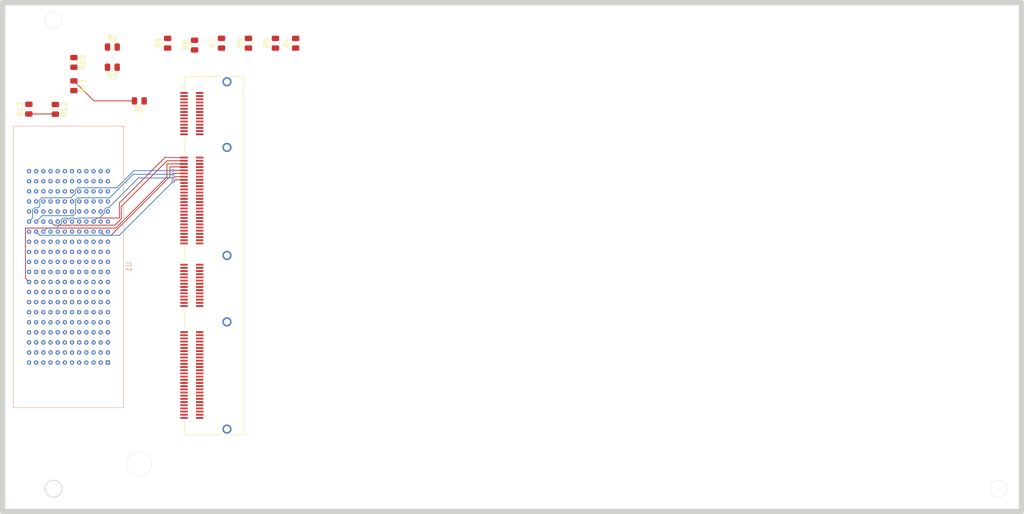
<source format=kicad_pcb>
(kicad_pcb (version 20171130) (host pcbnew 5.1.9-73d0e3b20d~88~ubuntu20.04.1)

  (general
    (thickness 1.6)
    (drawings 12)
    (tracks 94)
    (zones 0)
    (modules 15)
    (nets 254)
  )

  (page A4)
  (title_block
    (title "AC922 Interposer for DCSCM v1.0")
    (date 2021-04-16)
    (rev v0.1)
    (company IBM)
    (comment 2 https://opensource.org/licenses/MIT)
    (comment 3 "License: The MIT License")
    (comment 4 "Author: Steven Roberts")
  )

  (layers
    (0 F.Cu signal)
    (1 In1.Cu power)
    (2 In2.Cu power)
    (31 B.Cu signal)
    (32 B.Adhes user)
    (33 F.Adhes user)
    (34 B.Paste user)
    (35 F.Paste user)
    (36 B.SilkS user)
    (37 F.SilkS user)
    (38 B.Mask user)
    (39 F.Mask user)
    (40 Dwgs.User user)
    (41 Cmts.User user)
    (42 Eco1.User user)
    (43 Eco2.User user)
    (44 Edge.Cuts user)
    (45 Margin user)
    (46 B.CrtYd user)
    (47 F.CrtYd user)
    (48 B.Fab user)
    (49 F.Fab user)
  )

  (setup
    (last_trace_width 0.15)
    (user_trace_width 0.15)
    (trace_clearance 0.2)
    (zone_clearance 0.508)
    (zone_45_only no)
    (trace_min 0.1)
    (via_size 0.5)
    (via_drill 0.2)
    (via_min_size 0.4)
    (via_min_drill 0.2)
    (blind_buried_vias_allowed yes)
    (uvia_size 0.3)
    (uvia_drill 0.1)
    (uvias_allowed no)
    (uvia_min_size 0.2)
    (uvia_min_drill 0.1)
    (edge_width 0.05)
    (segment_width 0.2)
    (pcb_text_width 0.3)
    (pcb_text_size 1.5 1.5)
    (mod_edge_width 0.12)
    (mod_text_size 1 1)
    (mod_text_width 0.15)
    (pad_size 1.524 1.524)
    (pad_drill 0.762)
    (pad_to_mask_clearance 0)
    (aux_axis_origin 0 0)
    (grid_origin 237.3416 151.1284)
    (visible_elements FFFFFF7F)
    (pcbplotparams
      (layerselection 0x010fc_ffffffff)
      (usegerberextensions false)
      (usegerberattributes true)
      (usegerberadvancedattributes true)
      (creategerberjobfile true)
      (excludeedgelayer true)
      (linewidth 0.100000)
      (plotframeref false)
      (viasonmask false)
      (mode 1)
      (useauxorigin false)
      (hpglpennumber 1)
      (hpglpenspeed 20)
      (hpglpendiameter 15.000000)
      (psnegative false)
      (psa4output false)
      (plotreference true)
      (plotvalue true)
      (plotinvisibletext false)
      (padsonsilk false)
      (subtractmaskfromsilk false)
      (outputformat 1)
      (mirror false)
      (drillshape 1)
      (scaleselection 1)
      (outputdirectory ""))
  )

  (net 0 "")
  (net 1 "Net-(J1-PadS1)")
  (net 2 "Net-(J1-PadOB14)")
  (net 3 "Net-(J1-PadOA14)")
  (net 4 "Net-(J1-PadOB13)")
  (net 5 +2.5VCS)
  (net 6 "Net-(J1-PadOB12)")
  (net 7 I3C3_SDA)
  (net 8 "Net-(J1-PadOB11)")
  (net 9 I3C3_SCL)
  (net 10 I3C2_SDA)
  (net 11 "Net-(J1-PadOB9)")
  (net 12 I3C2_CLK)
  (net 13 "Net-(J1-PadOB8)")
  (net 14 I3C1_SDA)
  (net 15 I3C1_CLK)
  (net 16 "Net-(J1-PadOB6)")
  (net 17 I3C0_SDA)
  (net 18 "Net-(J1-PadOB5)")
  (net 19 I3C0_CLK)
  (net 20 "Net-(J1-PadOB3)")
  (net 21 +12VCS)
  (net 22 "Net-(J1-PadB69)")
  (net 23 "Net-(J1-PadB68)")
  (net 24 "Net-(J1-PadB66)")
  (net 25 "Net-(J1-PadB65)")
  (net 26 "Net-(J1-PadB64)")
  (net 27 "Net-(J1-PadB63)")
  (net 28 "Net-(J1-PadB62)")
  (net 29 "Net-(J1-PadB60)")
  (net 30 "Net-(J1-PadB59)")
  (net 31 "Net-(J1-PadB57)")
  (net 32 "Net-(J1-PadA69)")
  (net 33 "Net-(J1-PadA68)")
  (net 34 "Net-(J1-PadA66)")
  (net 35 "Net-(J1-PadA65)")
  (net 36 "Net-(J1-PadA63)")
  (net 37 "Net-(J1-PadA62)")
  (net 38 "Net-(J1-PadA60)")
  (net 39 "Net-(J1-PadA59)")
  (net 40 "Net-(J1-PadB56)")
  (net 41 "Net-(J1-PadB54)")
  (net 42 USB1_DP)
  (net 43 CP0_FSI0_DATA_EN)
  (net 44 FSI_JMFG0_PRSNT_N)
  (net 45 "Net-(J1-PadB48)")
  (net 46 "Net-(J1-PadB47)")
  (net 47 "Net-(J1-PadB46)")
  (net 48 "Net-(J1-PadB45)")
  (net 49 "Net-(J1-PadB44)")
  (net 50 "Net-(J1-PadB43)")
  (net 51 "Net-(J1-PadB42)")
  (net 52 "Net-(J1-PadB41)")
  (net 53 "Net-(J1-PadB40)")
  (net 54 "Net-(J1-PadB39)")
  (net 55 "Net-(J1-PadB37)")
  (net 56 "Net-(J1-PadB36)")
  (net 57 "Net-(J1-PadB35)")
  (net 58 "Net-(J1-PadB34)")
  (net 59 "Net-(J1-PadB32)")
  (net 60 "Net-(J1-PadB31)")
  (net 61 "Net-(J1-PadB30)")
  (net 62 "Net-(J1-PadB29)")
  (net 63 "Net-(J1-PadA56)")
  (net 64 I2C3_MUX_SEL)
  (net 65 USB1_DN)
  (net 66 SPARE1)
  (net 67 RST_PLTRST_BUF_N)
  (net 68 "Net-(J1-PadA50)")
  (net 69 "Net-(J1-PadA49)")
  (net 70 SYS_PWROK)
  (net 71 SYS_PWRBTN_N)
  (net 72 BMC_FSI_IN_ENA)
  (net 73 HPM_STBY_EN)
  (net 74 "Net-(J1-PadA44)")
  (net 75 "Net-(J1-PadA43)")
  (net 76 I2C12_SDA)
  (net 77 I2C12_SCL)
  (net 78 I2C11_SDA)
  (net 79 I2C11_SCL)
  (net 80 "Net-(J1-PadA37)")
  (net 81 "Net-(J1-PadA36)")
  (net 82 "Net-(J1-PadA35)")
  (net 83 "Net-(J1-PadA34)")
  (net 84 I2C10_SDA)
  (net 85 I2C10_SCL)
  (net 86 I2C9_SDA)
  (net 87 I2C9_SCL)
  (net 88 "Net-(J1-PadB28)")
  (net 89 "Net-(J1-PadB27)")
  (net 90 "Net-(J1-PadB26)")
  (net 91 "Net-(J1-PadB25)")
  (net 92 "Net-(J1-PadB24)")
  (net 93 "Net-(J1-PadB23)")
  (net 94 "Net-(J1-PadB22)")
  (net 95 "Net-(J1-PadB21)")
  (net 96 "Net-(J1-PadB20)")
  (net 97 "Net-(J1-PadB19)")
  (net 98 "Net-(J1-PadB18)")
  (net 99 "Net-(J1-PadB17)")
  (net 100 "Net-(J1-PadB16)")
  (net 101 "Net-(J1-PadB15)")
  (net 102 "Net-(J1-PadB14)")
  (net 103 "Net-(J1-PadB13)")
  (net 104 "Net-(J1-PadB12)")
  (net 105 "Net-(J1-PadB11)")
  (net 106 "Net-(J1-PadB10)")
  (net 107 "Net-(J1-PadB9)")
  (net 108 ESPI_IO3)
  (net 109 ESPI_IO2)
  (net 110 ESPI_IO1)
  (net 111 ESPI_RESET_N)
  (net 112 ESPI_ALERT_N)
  (net 113 ESPI_CS0_N)
  (net 114 ESPI_CLK)
  (net 115 I2C8_SDA)
  (net 116 I2C8_SCL)
  (net 117 I2C7_SDA)
  (net 118 I2C7_SCL)
  (net 119 I2C6_SDA)
  (net 120 I2C6_SCL)
  (net 121 "Net-(J1-PadA22)")
  (net 122 "Net-(J1-PadA21)")
  (net 123 "Net-(J1-PadA20)")
  (net 124 "Net-(J1-PadA18)")
  (net 125 "Net-(J1-PadA17)")
  (net 126 "Net-(J1-PadA15)")
  (net 127 "Net-(J1-PadA14)")
  (net 128 I2C5_SDA)
  (net 129 I2C5_SCL)
  (net 130 I2C4_SDA)
  (net 131 I2C4_SCL)
  (net 132 I2C3_SDA)
  (net 133 I2C3_SCL)
  (net 134 I2C2_SDA)
  (net 135 I2C2_SCL)
  (net 136 I2C1_SDA)
  (net 137 I2C1_SCL)
  (net 138 I3C0_SCL)
  (net 139 +3.3VCS)
  (net 140 "Net-(R4-Pad1)")
  (net 141 "/Sequoia Connections/PS_FFS_N")
  (net 142 "/Sequoia Connections/RESET_STAGE1_BUFF_N")
  (net 143 "Net-(U1-Pad239)")
  (net 144 "Net-(U1-Pad238)")
  (net 145 "Net-(U1-Pad236)")
  (net 146 "Net-(U1-Pad235)")
  (net 147 "Net-(U1-Pad233)")
  (net 148 "Net-(U1-Pad232)")
  (net 149 "Net-(U1-Pad230)")
  (net 150 "Net-(U1-Pad229)")
  (net 151 "Net-(U1-Pad228)")
  (net 152 "Net-(U1-Pad227)")
  (net 153 "Net-(U1-Pad225)")
  (net 154 "Net-(U1-Pad224)")
  (net 155 "Net-(U1-Pad222)")
  (net 156 "Net-(U1-Pad221)")
  (net 157 "Net-(U1-Pad219)")
  (net 158 "Net-(U1-Pad218)")
  (net 159 "Net-(U1-Pad215)")
  (net 160 "Net-(U1-Pad214)")
  (net 161 "Net-(U1-Pad212)")
  (net 162 "Net-(U1-Pad211)")
  (net 163 "Net-(U1-Pad209)")
  (net 164 "Net-(U1-Pad208)")
  (net 165 "Net-(U1-Pad206)")
  (net 166 "Net-(U1-Pad205)")
  (net 167 "Net-(U1-Pad204)")
  (net 168 "Net-(U1-Pad203)")
  (net 169 "Net-(U1-Pad201)")
  (net 170 "Net-(U1-Pad200)")
  (net 171 "Net-(U1-Pad198)")
  (net 172 "Net-(U1-Pad197)")
  (net 173 "Net-(U1-Pad195)")
  (net 174 "Net-(U1-Pad194)")
  (net 175 "Net-(U1-Pad191)")
  (net 176 "Net-(U1-Pad188)")
  (net 177 "Net-(U1-Pad187)")
  (net 178 "Net-(U1-Pad185)")
  (net 179 "Net-(U1-Pad184)")
  (net 180 "Net-(U1-Pad182)")
  (net 181 "Net-(U1-Pad181)")
  (net 182 "Net-(U1-Pad176)")
  (net 183 "Net-(U1-Pad174)")
  (net 184 "Net-(U1-Pad173)")
  (net 185 "Net-(U1-Pad170)")
  (net 186 "Net-(U1-Pad163)")
  (net 187 "Net-(U1-Pad160)")
  (net 188 "Net-(U1-Pad157)")
  (net 189 "Net-(U1-Pad156)")
  (net 190 "Net-(U1-Pad155)")
  (net 191 "Net-(U1-Pad152)")
  (net 192 "Net-(U1-Pad149)")
  (net 193 "Net-(U1-Pad147)")
  (net 194 "Net-(U1-Pad146)")
  (net 195 "Net-(U1-Pad142)")
  (net 196 "Net-(U1-Pad139)")
  (net 197 "Net-(U1-Pad137)")
  (net 198 "Net-(U1-Pad136)")
  (net 199 "Net-(U1-Pad134)")
  (net 200 "Net-(U1-Pad133)")
  (net 201 "Net-(U1-Pad132)")
  (net 202 "Net-(U1-Pad129)")
  (net 203 "Net-(U1-Pad128)")
  (net 204 "Net-(U1-Pad125)")
  (net 205 "Net-(U1-Pad123)")
  (net 206 "Net-(U1-Pad122)")
  (net 207 "Net-(U1-Pad119)")
  (net 208 "Net-(U1-Pad118)")
  (net 209 "Net-(U1-Pad116)")
  (net 210 "Net-(U1-Pad115)")
  (net 211 "Net-(U1-Pad113)")
  (net 212 "Net-(U1-Pad112)")
  (net 213 "Net-(U1-Pad110)")
  (net 214 "Net-(U1-Pad109)")
  (net 215 "Net-(U1-Pad107)")
  (net 216 "Net-(U1-Pad105)")
  (net 217 "Net-(U1-Pad104)")
  (net 218 "Net-(U1-Pad102)")
  (net 219 "Net-(U1-Pad98)")
  (net 220 "Net-(U1-Pad94)")
  (net 221 "Net-(U1-Pad92)")
  (net 222 "Net-(U1-Pad91)")
  (net 223 "Net-(U1-Pad89)")
  (net 224 "Net-(U1-Pad88)")
  (net 225 "Net-(U1-Pad60)")
  (net 226 "Net-(U1-Pad59)")
  (net 227 "Net-(U1-Pad57)")
  (net 228 "Net-(U1-Pad51)")
  (net 229 "Net-(U1-Pad50)")
  (net 230 "Net-(U1-Pad46)")
  (net 231 "Net-(U1-Pad44)")
  (net 232 "Net-(U1-Pad43)")
  (net 233 "Net-(U1-Pad40)")
  (net 234 "Net-(U1-Pad38)")
  (net 235 "Net-(U1-Pad37)")
  (net 236 "Net-(U1-Pad30)")
  (net 237 "Net-(U1-Pad29)")
  (net 238 "Net-(U1-Pad27)")
  (net 239 "Net-(U1-Pad26)")
  (net 240 "Net-(U1-Pad23)")
  (net 241 "Net-(U1-Pad22)")
  (net 242 "Net-(U1-Pad20)")
  (net 243 "Net-(U1-Pad19)")
  (net 244 "Net-(U1-Pad17)")
  (net 245 "Net-(U1-Pad16)")
  (net 246 "Net-(U1-Pad14)")
  (net 247 "Net-(U1-Pad13)")
  (net 248 "Net-(U1-Pad12)")
  (net 249 "Net-(U1-Pad11)")
  (net 250 +12VT)
  (net 251 GND)
  (net 252 ESPI_IO0)
  (net 253 "/Sequoia Connections/12VCS_RESET_N")

  (net_class Default "This is the default net class."
    (clearance 0.2)
    (trace_width 0.15)
    (via_dia 0.5)
    (via_drill 0.2)
    (uvia_dia 0.3)
    (uvia_drill 0.1)
    (add_net +12VCS)
    (add_net +12VT)
    (add_net +2.5VCS)
    (add_net +3.3VCS)
    (add_net "/Sequoia Connections/12VCS_RESET_N")
    (add_net "/Sequoia Connections/PS_FFS_N")
    (add_net "/Sequoia Connections/RESET_STAGE1_BUFF_N")
    (add_net BMC_FSI_IN_ENA)
    (add_net CP0_FSI0_DATA_EN)
    (add_net ESPI_ALERT_N)
    (add_net ESPI_CLK)
    (add_net ESPI_CS0_N)
    (add_net ESPI_IO0)
    (add_net ESPI_IO1)
    (add_net ESPI_IO2)
    (add_net ESPI_IO3)
    (add_net ESPI_RESET_N)
    (add_net FSI_JMFG0_PRSNT_N)
    (add_net GND)
    (add_net HPM_STBY_EN)
    (add_net I2C10_SCL)
    (add_net I2C10_SDA)
    (add_net I2C11_SCL)
    (add_net I2C11_SDA)
    (add_net I2C12_SCL)
    (add_net I2C12_SDA)
    (add_net I2C1_SCL)
    (add_net I2C1_SDA)
    (add_net I2C2_SCL)
    (add_net I2C2_SDA)
    (add_net I2C3_MUX_SEL)
    (add_net I2C3_SCL)
    (add_net I2C3_SDA)
    (add_net I2C4_SCL)
    (add_net I2C4_SDA)
    (add_net I2C5_SCL)
    (add_net I2C5_SDA)
    (add_net I2C6_SCL)
    (add_net I2C6_SDA)
    (add_net I2C7_SCL)
    (add_net I2C7_SDA)
    (add_net I2C8_SCL)
    (add_net I2C8_SDA)
    (add_net I2C9_SCL)
    (add_net I2C9_SDA)
    (add_net I3C0_CLK)
    (add_net I3C0_SCL)
    (add_net I3C0_SDA)
    (add_net I3C1_CLK)
    (add_net I3C1_SDA)
    (add_net I3C2_CLK)
    (add_net I3C2_SDA)
    (add_net I3C3_SCL)
    (add_net I3C3_SDA)
    (add_net "Net-(J1-PadA14)")
    (add_net "Net-(J1-PadA15)")
    (add_net "Net-(J1-PadA17)")
    (add_net "Net-(J1-PadA18)")
    (add_net "Net-(J1-PadA20)")
    (add_net "Net-(J1-PadA21)")
    (add_net "Net-(J1-PadA22)")
    (add_net "Net-(J1-PadA34)")
    (add_net "Net-(J1-PadA35)")
    (add_net "Net-(J1-PadA36)")
    (add_net "Net-(J1-PadA37)")
    (add_net "Net-(J1-PadA43)")
    (add_net "Net-(J1-PadA44)")
    (add_net "Net-(J1-PadA49)")
    (add_net "Net-(J1-PadA50)")
    (add_net "Net-(J1-PadA56)")
    (add_net "Net-(J1-PadA59)")
    (add_net "Net-(J1-PadA60)")
    (add_net "Net-(J1-PadA62)")
    (add_net "Net-(J1-PadA63)")
    (add_net "Net-(J1-PadA65)")
    (add_net "Net-(J1-PadA66)")
    (add_net "Net-(J1-PadA68)")
    (add_net "Net-(J1-PadA69)")
    (add_net "Net-(J1-PadB10)")
    (add_net "Net-(J1-PadB11)")
    (add_net "Net-(J1-PadB12)")
    (add_net "Net-(J1-PadB13)")
    (add_net "Net-(J1-PadB14)")
    (add_net "Net-(J1-PadB15)")
    (add_net "Net-(J1-PadB16)")
    (add_net "Net-(J1-PadB17)")
    (add_net "Net-(J1-PadB18)")
    (add_net "Net-(J1-PadB19)")
    (add_net "Net-(J1-PadB20)")
    (add_net "Net-(J1-PadB21)")
    (add_net "Net-(J1-PadB22)")
    (add_net "Net-(J1-PadB23)")
    (add_net "Net-(J1-PadB24)")
    (add_net "Net-(J1-PadB25)")
    (add_net "Net-(J1-PadB26)")
    (add_net "Net-(J1-PadB27)")
    (add_net "Net-(J1-PadB28)")
    (add_net "Net-(J1-PadB29)")
    (add_net "Net-(J1-PadB30)")
    (add_net "Net-(J1-PadB31)")
    (add_net "Net-(J1-PadB32)")
    (add_net "Net-(J1-PadB34)")
    (add_net "Net-(J1-PadB35)")
    (add_net "Net-(J1-PadB36)")
    (add_net "Net-(J1-PadB37)")
    (add_net "Net-(J1-PadB39)")
    (add_net "Net-(J1-PadB40)")
    (add_net "Net-(J1-PadB41)")
    (add_net "Net-(J1-PadB42)")
    (add_net "Net-(J1-PadB43)")
    (add_net "Net-(J1-PadB44)")
    (add_net "Net-(J1-PadB45)")
    (add_net "Net-(J1-PadB46)")
    (add_net "Net-(J1-PadB47)")
    (add_net "Net-(J1-PadB48)")
    (add_net "Net-(J1-PadB54)")
    (add_net "Net-(J1-PadB56)")
    (add_net "Net-(J1-PadB57)")
    (add_net "Net-(J1-PadB59)")
    (add_net "Net-(J1-PadB60)")
    (add_net "Net-(J1-PadB62)")
    (add_net "Net-(J1-PadB63)")
    (add_net "Net-(J1-PadB64)")
    (add_net "Net-(J1-PadB65)")
    (add_net "Net-(J1-PadB66)")
    (add_net "Net-(J1-PadB68)")
    (add_net "Net-(J1-PadB69)")
    (add_net "Net-(J1-PadB9)")
    (add_net "Net-(J1-PadOA14)")
    (add_net "Net-(J1-PadOB11)")
    (add_net "Net-(J1-PadOB12)")
    (add_net "Net-(J1-PadOB13)")
    (add_net "Net-(J1-PadOB14)")
    (add_net "Net-(J1-PadOB3)")
    (add_net "Net-(J1-PadOB5)")
    (add_net "Net-(J1-PadOB6)")
    (add_net "Net-(J1-PadOB8)")
    (add_net "Net-(J1-PadOB9)")
    (add_net "Net-(J1-PadS1)")
    (add_net "Net-(R4-Pad1)")
    (add_net "Net-(U1-Pad102)")
    (add_net "Net-(U1-Pad104)")
    (add_net "Net-(U1-Pad105)")
    (add_net "Net-(U1-Pad107)")
    (add_net "Net-(U1-Pad109)")
    (add_net "Net-(U1-Pad11)")
    (add_net "Net-(U1-Pad110)")
    (add_net "Net-(U1-Pad112)")
    (add_net "Net-(U1-Pad113)")
    (add_net "Net-(U1-Pad115)")
    (add_net "Net-(U1-Pad116)")
    (add_net "Net-(U1-Pad118)")
    (add_net "Net-(U1-Pad119)")
    (add_net "Net-(U1-Pad12)")
    (add_net "Net-(U1-Pad122)")
    (add_net "Net-(U1-Pad123)")
    (add_net "Net-(U1-Pad125)")
    (add_net "Net-(U1-Pad128)")
    (add_net "Net-(U1-Pad129)")
    (add_net "Net-(U1-Pad13)")
    (add_net "Net-(U1-Pad132)")
    (add_net "Net-(U1-Pad133)")
    (add_net "Net-(U1-Pad134)")
    (add_net "Net-(U1-Pad136)")
    (add_net "Net-(U1-Pad137)")
    (add_net "Net-(U1-Pad139)")
    (add_net "Net-(U1-Pad14)")
    (add_net "Net-(U1-Pad142)")
    (add_net "Net-(U1-Pad146)")
    (add_net "Net-(U1-Pad147)")
    (add_net "Net-(U1-Pad149)")
    (add_net "Net-(U1-Pad152)")
    (add_net "Net-(U1-Pad155)")
    (add_net "Net-(U1-Pad156)")
    (add_net "Net-(U1-Pad157)")
    (add_net "Net-(U1-Pad16)")
    (add_net "Net-(U1-Pad160)")
    (add_net "Net-(U1-Pad163)")
    (add_net "Net-(U1-Pad17)")
    (add_net "Net-(U1-Pad170)")
    (add_net "Net-(U1-Pad173)")
    (add_net "Net-(U1-Pad174)")
    (add_net "Net-(U1-Pad176)")
    (add_net "Net-(U1-Pad181)")
    (add_net "Net-(U1-Pad182)")
    (add_net "Net-(U1-Pad184)")
    (add_net "Net-(U1-Pad185)")
    (add_net "Net-(U1-Pad187)")
    (add_net "Net-(U1-Pad188)")
    (add_net "Net-(U1-Pad19)")
    (add_net "Net-(U1-Pad191)")
    (add_net "Net-(U1-Pad194)")
    (add_net "Net-(U1-Pad195)")
    (add_net "Net-(U1-Pad197)")
    (add_net "Net-(U1-Pad198)")
    (add_net "Net-(U1-Pad20)")
    (add_net "Net-(U1-Pad200)")
    (add_net "Net-(U1-Pad201)")
    (add_net "Net-(U1-Pad203)")
    (add_net "Net-(U1-Pad204)")
    (add_net "Net-(U1-Pad205)")
    (add_net "Net-(U1-Pad206)")
    (add_net "Net-(U1-Pad208)")
    (add_net "Net-(U1-Pad209)")
    (add_net "Net-(U1-Pad211)")
    (add_net "Net-(U1-Pad212)")
    (add_net "Net-(U1-Pad214)")
    (add_net "Net-(U1-Pad215)")
    (add_net "Net-(U1-Pad218)")
    (add_net "Net-(U1-Pad219)")
    (add_net "Net-(U1-Pad22)")
    (add_net "Net-(U1-Pad221)")
    (add_net "Net-(U1-Pad222)")
    (add_net "Net-(U1-Pad224)")
    (add_net "Net-(U1-Pad225)")
    (add_net "Net-(U1-Pad227)")
    (add_net "Net-(U1-Pad228)")
    (add_net "Net-(U1-Pad229)")
    (add_net "Net-(U1-Pad23)")
    (add_net "Net-(U1-Pad230)")
    (add_net "Net-(U1-Pad232)")
    (add_net "Net-(U1-Pad233)")
    (add_net "Net-(U1-Pad235)")
    (add_net "Net-(U1-Pad236)")
    (add_net "Net-(U1-Pad238)")
    (add_net "Net-(U1-Pad239)")
    (add_net "Net-(U1-Pad26)")
    (add_net "Net-(U1-Pad27)")
    (add_net "Net-(U1-Pad29)")
    (add_net "Net-(U1-Pad30)")
    (add_net "Net-(U1-Pad37)")
    (add_net "Net-(U1-Pad38)")
    (add_net "Net-(U1-Pad40)")
    (add_net "Net-(U1-Pad43)")
    (add_net "Net-(U1-Pad44)")
    (add_net "Net-(U1-Pad46)")
    (add_net "Net-(U1-Pad50)")
    (add_net "Net-(U1-Pad51)")
    (add_net "Net-(U1-Pad57)")
    (add_net "Net-(U1-Pad59)")
    (add_net "Net-(U1-Pad60)")
    (add_net "Net-(U1-Pad88)")
    (add_net "Net-(U1-Pad89)")
    (add_net "Net-(U1-Pad91)")
    (add_net "Net-(U1-Pad92)")
    (add_net "Net-(U1-Pad94)")
    (add_net "Net-(U1-Pad98)")
    (add_net RST_PLTRST_BUF_N)
    (add_net SPARE1)
    (add_net SYS_PWRBTN_N)
    (add_net SYS_PWROK)
    (add_net USB1_DN)
    (add_net USB1_DP)
  )

  (module ac922interposer:TE_2336568-1 (layer F.Cu) (tedit 60672B3C) (tstamp 607A063D)
    (at 88.9416 107.1284 270)
    (path /60B64E7C/60BF6948)
    (fp_text reference J1 (at -30.555 -7.165 90) (layer F.SilkS)
      (effects (font (size 1 1) (thickness 0.015)))
    )
    (fp_text value 2336568-1 (at -26.11 7.185 90) (layer F.Fab)
      (effects (font (size 1 1) (thickness 0.015)))
    )
    (fp_circle (center -34.46 2.18) (end -34.36 2.18) (layer F.SilkS) (width 0.2))
    (fp_circle (center -34.46 2.18) (end -34.36 2.18) (layer F.Fab) (width 0.2))
    (fp_poly (pts (xy 11.8325 -3.7) (xy 13.2325 -3.7) (xy 13.2325 -2.3) (xy 11.8325 -2.3)) (layer Dwgs.User) (width 0.01))
    (fp_poly (pts (xy -0.7025 -3.7) (xy 0.6975 -3.7) (xy 0.6975 -2.3) (xy -0.7025 -2.3)) (layer Dwgs.User) (width 0.01))
    (fp_poly (pts (xy -21.0825 -3.7) (xy -19.6825 -3.7) (xy -19.6825 -2.3) (xy -21.0825 -2.3)) (layer Dwgs.User) (width 0.01))
    (fp_poly (pts (xy -21.0825 -3.7) (xy -19.6825 -3.7) (xy -19.6825 -2.3) (xy -21.0825 -2.3)) (layer Dwgs.User) (width 0.01))
    (fp_poly (pts (xy -0.7025 -3.7) (xy 0.6975 -3.7) (xy 0.6975 -2.3) (xy -0.7025 -2.3)) (layer Dwgs.User) (width 0.01))
    (fp_poly (pts (xy 11.8325 -3.7) (xy 13.2325 -3.7) (xy 13.2325 -2.3) (xy 11.8325 -2.3)) (layer Dwgs.User) (width 0.01))
    (fp_poly (pts (xy -33.4625 -3.675) (xy -31.3825 -3.675) (xy -31.3825 0.725) (xy -33.4625 0.725)) (layer Dwgs.User) (width 0.01))
    (fp_poly (pts (xy -33.4625 -3.675) (xy -31.3825 -3.675) (xy -31.3825 0.725) (xy -33.4625 0.725)) (layer Dwgs.User) (width 0.01))
    (fp_poly (pts (xy 31.3825 -3.7) (xy 33.4625 -3.7) (xy 33.4625 -0.3) (xy 31.3825 -0.3)) (layer Dwgs.User) (width 0.01))
    (fp_poly (pts (xy 31.3825 -3.7) (xy 33.4625 -3.7) (xy 33.4625 -0.3) (xy 31.3825 -0.3)) (layer Dwgs.User) (width 0.01))
    (fp_line (start -33.8 -6.15) (end 33.8 -6.15) (layer F.Fab) (width 0.127))
    (fp_line (start 33.8 -6.15) (end 33.8 4.95) (layer F.Fab) (width 0.127))
    (fp_line (start 33.8 4.95) (end -33.8 4.95) (layer F.Fab) (width 0.127))
    (fp_line (start -33.8 4.95) (end -33.8 -6.15) (layer F.Fab) (width 0.127))
    (fp_line (start -33.8 -6.15) (end 33.8 -6.15) (layer F.SilkS) (width 0.127))
    (fp_line (start -33.8 4.95) (end -33.8 -2.15) (layer F.SilkS) (width 0.127))
    (fp_line (start -33.8 -3.75) (end -33.8 -6.15) (layer F.SilkS) (width 0.127))
    (fp_line (start 33.8 -6.15) (end 33.8 -3.75) (layer F.SilkS) (width 0.127))
    (fp_line (start 33.8 -2.15) (end 33.8 4.95) (layer F.SilkS) (width 0.127))
    (fp_line (start -33.8 4.95) (end -31.2 4.95) (layer F.SilkS) (width 0.127))
    (fp_line (start 33.8 4.95) (end 31.2 4.95) (layer F.SilkS) (width 0.127))
    (fp_line (start -22.1 4.95) (end -19.25 4.95) (layer F.SilkS) (width 0.127))
    (fp_line (start -1.65 4.95) (end 1.15 4.95) (layer F.SilkS) (width 0.127))
    (fp_line (start 10.2 4.95) (end 13.8 4.95) (layer F.SilkS) (width 0.127))
    (fp_line (start -34.05 -6.4) (end 34.05 -6.4) (layer F.CrtYd) (width 0.05))
    (fp_line (start 34.05 -6.4) (end 34.05 6.05) (layer F.CrtYd) (width 0.05))
    (fp_line (start 34.05 6.05) (end -34.05 6.05) (layer F.CrtYd) (width 0.05))
    (fp_line (start -34.05 6.05) (end -34.05 -6.4) (layer F.CrtYd) (width 0.05))
    (pad S5 thru_hole circle (at 32.7575 -3 270) (size 1.725 1.725) (drill 1.15) (layers *.Cu *.Mask)
      (net 1 "Net-(J1-PadS1)"))
    (pad S4 thru_hole circle (at 12.5325 -3 270) (size 1.725 1.725) (drill 1.15) (layers *.Cu *.Mask)
      (net 1 "Net-(J1-PadS1)"))
    (pad S3 thru_hole circle (at -0.0025 -3 270) (size 1.725 1.725) (drill 1.15) (layers *.Cu *.Mask)
      (net 1 "Net-(J1-PadS1)"))
    (pad S2 thru_hole circle (at -20.3825 -3 270) (size 1.725 1.725) (drill 1.15) (layers *.Cu *.Mask)
      (net 1 "Net-(J1-PadS1)"))
    (pad S1 thru_hole circle (at -32.7625 -3 270) (size 1.725 1.725) (drill 1.15) (layers *.Cu *.Mask)
      (net 1 "Net-(J1-PadS1)"))
    (pad None np_thru_hole circle (at -32.0825 0 270) (size 1.15 1.15) (drill 1.15) (layers *.Cu *.Mask))
    (pad None np_thru_hole circle (at 32.0825 -1 270) (size 1.15 1.15) (drill 1.15) (layers *.Cu *.Mask))
    (pad OB14 smd rect (at -22.8625 5.1 270) (size 0.35 1.4) (layers F.Cu F.Paste F.Mask)
      (net 2 "Net-(J1-PadOB14)"))
    (pad OA14 smd rect (at -22.8625 2.15 270) (size 0.35 1.4) (layers F.Cu F.Paste F.Mask)
      (net 3 "Net-(J1-PadOA14)"))
    (pad OB13 smd rect (at -23.4625 5.1 270) (size 0.35 1.4) (layers F.Cu F.Paste F.Mask)
      (net 4 "Net-(J1-PadOB13)"))
    (pad OA13 smd rect (at -23.4625 2.15 270) (size 0.35 1.4) (layers F.Cu F.Paste F.Mask)
      (net 251 GND))
    (pad OB12 smd rect (at -24.0625 5.1 270) (size 0.35 1.4) (layers F.Cu F.Paste F.Mask)
      (net 6 "Net-(J1-PadOB12)"))
    (pad OA12 smd rect (at -24.0625 2.15 270) (size 0.35 1.4) (layers F.Cu F.Paste F.Mask)
      (net 7 I3C3_SDA))
    (pad OB11 smd rect (at -24.6625 5.1 270) (size 0.35 1.4) (layers F.Cu F.Paste F.Mask)
      (net 8 "Net-(J1-PadOB11)"))
    (pad OA11 smd rect (at -24.6625 2.15 270) (size 0.35 1.4) (layers F.Cu F.Paste F.Mask)
      (net 9 I3C3_SCL))
    (pad OB10 smd rect (at -25.2625 5.1 270) (size 0.35 1.4) (layers F.Cu F.Paste F.Mask)
      (net 251 GND))
    (pad OA10 smd rect (at -25.2625 2.15 270) (size 0.35 1.4) (layers F.Cu F.Paste F.Mask)
      (net 10 I3C2_SDA))
    (pad OB9 smd rect (at -25.8625 5.1 270) (size 0.35 1.4) (layers F.Cu F.Paste F.Mask)
      (net 11 "Net-(J1-PadOB9)"))
    (pad OA9 smd rect (at -25.8625 2.15 270) (size 0.35 1.4) (layers F.Cu F.Paste F.Mask)
      (net 12 I3C2_CLK))
    (pad OB8 smd rect (at -26.4625 5.1 270) (size 0.35 1.4) (layers F.Cu F.Paste F.Mask)
      (net 13 "Net-(J1-PadOB8)"))
    (pad OA8 smd rect (at -26.4625 2.15 270) (size 0.35 1.4) (layers F.Cu F.Paste F.Mask)
      (net 14 I3C1_SDA))
    (pad OB7 smd rect (at -27.0625 5.1 270) (size 0.35 1.4) (layers F.Cu F.Paste F.Mask)
      (net 251 GND))
    (pad OA7 smd rect (at -27.0625 2.15 270) (size 0.35 1.4) (layers F.Cu F.Paste F.Mask)
      (net 15 I3C1_CLK))
    (pad OB6 smd rect (at -27.6625 5.1 270) (size 0.35 1.4) (layers F.Cu F.Paste F.Mask)
      (net 16 "Net-(J1-PadOB6)"))
    (pad OA6 smd rect (at -27.6625 2.15 270) (size 0.35 1.4) (layers F.Cu F.Paste F.Mask)
      (net 17 I3C0_SDA))
    (pad OB5 smd rect (at -28.2625 5.1 270) (size 0.35 1.4) (layers F.Cu F.Paste F.Mask)
      (net 18 "Net-(J1-PadOB5)"))
    (pad OA5 smd rect (at -28.2625 2.15 270) (size 0.35 1.4) (layers F.Cu F.Paste F.Mask)
      (net 19 I3C0_CLK))
    (pad OB4 smd rect (at -28.8625 5.1 270) (size 0.35 1.4) (layers F.Cu F.Paste F.Mask)
      (net 251 GND))
    (pad OA4 smd rect (at -28.8625 2.15 270) (size 0.35 1.4) (layers F.Cu F.Paste F.Mask)
      (net 251 GND))
    (pad OB3 smd rect (at -29.4625 5.1 270) (size 0.35 1.4) (layers F.Cu F.Paste F.Mask)
      (net 20 "Net-(J1-PadOB3)"))
    (pad OA3 smd rect (at -29.4625 2.15 270) (size 0.35 1.4) (layers F.Cu F.Paste F.Mask)
      (net 251 GND))
    (pad OB2 smd rect (at -30.0625 5.1 270) (size 0.35 1.4) (layers F.Cu F.Paste F.Mask)
      (net 21 +12VCS))
    (pad OA2 smd rect (at -30.0625 2.15 270) (size 0.35 1.4) (layers F.Cu F.Paste F.Mask)
      (net 21 +12VCS))
    (pad OB1 smd rect (at -30.6625 5.1 270) (size 0.35 1.4) (layers F.Cu F.Paste F.Mask)
      (net 21 +12VCS))
    (pad B70 smd rect (at 30.6525 5.1 270) (size 0.35 1.4) (layers F.Cu F.Paste F.Mask)
      (net 251 GND))
    (pad B69 smd rect (at 30.0525 5.1 270) (size 0.35 1.4) (layers F.Cu F.Paste F.Mask)
      (net 22 "Net-(J1-PadB69)"))
    (pad B68 smd rect (at 29.4525 5.1 270) (size 0.35 1.4) (layers F.Cu F.Paste F.Mask)
      (net 23 "Net-(J1-PadB68)"))
    (pad B67 smd rect (at 28.8525 5.1 270) (size 0.35 1.4) (layers F.Cu F.Paste F.Mask)
      (net 251 GND))
    (pad B66 smd rect (at 28.2525 5.1 270) (size 0.35 1.4) (layers F.Cu F.Paste F.Mask)
      (net 24 "Net-(J1-PadB66)"))
    (pad B65 smd rect (at 27.6525 5.1 270) (size 0.35 1.4) (layers F.Cu F.Paste F.Mask)
      (net 25 "Net-(J1-PadB65)"))
    (pad B64 smd rect (at 27.0525 5.1 270) (size 0.35 1.4) (layers F.Cu F.Paste F.Mask)
      (net 26 "Net-(J1-PadB64)"))
    (pad B63 smd rect (at 26.4525 5.1 270) (size 0.35 1.4) (layers F.Cu F.Paste F.Mask)
      (net 27 "Net-(J1-PadB63)"))
    (pad B62 smd rect (at 25.8525 5.1 270) (size 0.35 1.4) (layers F.Cu F.Paste F.Mask)
      (net 28 "Net-(J1-PadB62)"))
    (pad B61 smd rect (at 25.2525 5.1 270) (size 0.35 1.4) (layers F.Cu F.Paste F.Mask)
      (net 251 GND))
    (pad B60 smd rect (at 24.6525 5.1 270) (size 0.35 1.4) (layers F.Cu F.Paste F.Mask)
      (net 29 "Net-(J1-PadB60)"))
    (pad B59 smd rect (at 24.0525 5.1 270) (size 0.35 1.4) (layers F.Cu F.Paste F.Mask)
      (net 30 "Net-(J1-PadB59)"))
    (pad B58 smd rect (at 23.4525 5.1 270) (size 0.35 1.4) (layers F.Cu F.Paste F.Mask)
      (net 251 GND))
    (pad B57 smd rect (at 22.8525 5.1 270) (size 0.35 1.4) (layers F.Cu F.Paste F.Mask)
      (net 31 "Net-(J1-PadB57)"))
    (pad OA1 smd rect (at -30.6625 2.15 270) (size 0.35 1.4) (layers F.Cu F.Paste F.Mask)
      (net 21 +12VCS))
    (pad A70 smd rect (at 30.6525 2.15 270) (size 0.35 1.4) (layers F.Cu F.Paste F.Mask)
      (net 251 GND))
    (pad A69 smd rect (at 30.0525 2.15 270) (size 0.35 1.4) (layers F.Cu F.Paste F.Mask)
      (net 32 "Net-(J1-PadA69)"))
    (pad A68 smd rect (at 29.4525 2.15 270) (size 0.35 1.4) (layers F.Cu F.Paste F.Mask)
      (net 33 "Net-(J1-PadA68)"))
    (pad A67 smd rect (at 28.8525 2.15 270) (size 0.35 1.4) (layers F.Cu F.Paste F.Mask)
      (net 251 GND))
    (pad A66 smd rect (at 28.2525 2.15 270) (size 0.35 1.4) (layers F.Cu F.Paste F.Mask)
      (net 34 "Net-(J1-PadA66)"))
    (pad A65 smd rect (at 27.6525 2.15 270) (size 0.35 1.4) (layers F.Cu F.Paste F.Mask)
      (net 35 "Net-(J1-PadA65)"))
    (pad A64 smd rect (at 27.0525 2.15 270) (size 0.35 1.4) (layers F.Cu F.Paste F.Mask)
      (net 251 GND))
    (pad A63 smd rect (at 26.4525 2.15 270) (size 0.35 1.4) (layers F.Cu F.Paste F.Mask)
      (net 36 "Net-(J1-PadA63)"))
    (pad A62 smd rect (at 25.8525 2.15 270) (size 0.35 1.4) (layers F.Cu F.Paste F.Mask)
      (net 37 "Net-(J1-PadA62)"))
    (pad A61 smd rect (at 25.2525 2.15 270) (size 0.35 1.4) (layers F.Cu F.Paste F.Mask)
      (net 251 GND))
    (pad A60 smd rect (at 24.6525 2.15 270) (size 0.35 1.4) (layers F.Cu F.Paste F.Mask)
      (net 38 "Net-(J1-PadA60)"))
    (pad A59 smd rect (at 24.0525 2.15 270) (size 0.35 1.4) (layers F.Cu F.Paste F.Mask)
      (net 39 "Net-(J1-PadA59)"))
    (pad A58 smd rect (at 23.4525 2.15 270) (size 0.35 1.4) (layers F.Cu F.Paste F.Mask)
      (net 251 GND))
    (pad A57 smd rect (at 22.8525 2.15 270) (size 0.35 1.4) (layers F.Cu F.Paste F.Mask)
      (net 251 GND))
    (pad B56 smd rect (at 22.2525 5.1 270) (size 0.35 1.4) (layers F.Cu F.Paste F.Mask)
      (net 40 "Net-(J1-PadB56)"))
    (pad B55 smd rect (at 21.6525 5.1 270) (size 0.35 1.4) (layers F.Cu F.Paste F.Mask)
      (net 251 GND))
    (pad B54 smd rect (at 21.0525 5.1 270) (size 0.35 1.4) (layers F.Cu F.Paste F.Mask)
      (net 41 "Net-(J1-PadB54)"))
    (pad B53 smd rect (at 20.4525 5.1 270) (size 0.35 1.4) (layers F.Cu F.Paste F.Mask)
      (net 42 USB1_DP))
    (pad B52 smd rect (at 19.8525 5.1 270) (size 0.35 1.4) (layers F.Cu F.Paste F.Mask)
      (net 251 GND))
    (pad B51 smd rect (at 19.2525 5.1 270) (size 0.35 1.4) (layers F.Cu F.Paste F.Mask)
      (net 43 CP0_FSI0_DATA_EN))
    (pad B50 smd rect (at 18.6525 5.1 270) (size 0.35 1.4) (layers F.Cu F.Paste F.Mask)
      (net 44 FSI_JMFG0_PRSNT_N))
    (pad B49 smd rect (at 18.0525 5.1 270) (size 0.35 1.4) (layers F.Cu F.Paste F.Mask)
      (net 251 GND))
    (pad B48 smd rect (at 17.4525 5.1 270) (size 0.35 1.4) (layers F.Cu F.Paste F.Mask)
      (net 45 "Net-(J1-PadB48)"))
    (pad B47 smd rect (at 16.8525 5.1 270) (size 0.35 1.4) (layers F.Cu F.Paste F.Mask)
      (net 46 "Net-(J1-PadB47)"))
    (pad B46 smd rect (at 16.2525 5.1 270) (size 0.35 1.4) (layers F.Cu F.Paste F.Mask)
      (net 47 "Net-(J1-PadB46)"))
    (pad B45 smd rect (at 15.6525 5.1 270) (size 0.35 1.4) (layers F.Cu F.Paste F.Mask)
      (net 48 "Net-(J1-PadB45)"))
    (pad B44 smd rect (at 15.0525 5.1 270) (size 0.35 1.4) (layers F.Cu F.Paste F.Mask)
      (net 49 "Net-(J1-PadB44)"))
    (pad B43 smd rect (at 14.4525 5.1 270) (size 0.35 1.4) (layers F.Cu F.Paste F.Mask)
      (net 50 "Net-(J1-PadB43)"))
    (pad B42 smd rect (at 9.5425 5.1 270) (size 0.35 1.4) (layers F.Cu F.Paste F.Mask)
      (net 51 "Net-(J1-PadB42)"))
    (pad B41 smd rect (at 8.9425 5.1 270) (size 0.35 1.4) (layers F.Cu F.Paste F.Mask)
      (net 52 "Net-(J1-PadB41)"))
    (pad B40 smd rect (at 8.3425 5.1 270) (size 0.35 1.4) (layers F.Cu F.Paste F.Mask)
      (net 53 "Net-(J1-PadB40)"))
    (pad B39 smd rect (at 7.7425 5.1 270) (size 0.35 1.4) (layers F.Cu F.Paste F.Mask)
      (net 54 "Net-(J1-PadB39)"))
    (pad B38 smd rect (at 7.1425 5.1 270) (size 0.35 1.4) (layers F.Cu F.Paste F.Mask)
      (net 251 GND))
    (pad B37 smd rect (at 6.5425 5.1 270) (size 0.35 1.4) (layers F.Cu F.Paste F.Mask)
      (net 55 "Net-(J1-PadB37)"))
    (pad B36 smd rect (at 5.9425 5.1 270) (size 0.35 1.4) (layers F.Cu F.Paste F.Mask)
      (net 56 "Net-(J1-PadB36)"))
    (pad B35 smd rect (at 5.3425 5.1 270) (size 0.35 1.4) (layers F.Cu F.Paste F.Mask)
      (net 57 "Net-(J1-PadB35)"))
    (pad B34 smd rect (at 4.7425 5.1 270) (size 0.35 1.4) (layers F.Cu F.Paste F.Mask)
      (net 58 "Net-(J1-PadB34)"))
    (pad B33 smd rect (at 4.1425 5.1 270) (size 0.35 1.4) (layers F.Cu F.Paste F.Mask)
      (net 251 GND))
    (pad B32 smd rect (at 3.5425 5.1 270) (size 0.35 1.4) (layers F.Cu F.Paste F.Mask)
      (net 59 "Net-(J1-PadB32)"))
    (pad B31 smd rect (at 2.9425 5.1 270) (size 0.35 1.4) (layers F.Cu F.Paste F.Mask)
      (net 60 "Net-(J1-PadB31)"))
    (pad B30 smd rect (at 2.3425 5.1 270) (size 0.35 1.4) (layers F.Cu F.Paste F.Mask)
      (net 61 "Net-(J1-PadB30)"))
    (pad B29 smd rect (at 1.7425 5.1 270) (size 0.35 1.4) (layers F.Cu F.Paste F.Mask)
      (net 62 "Net-(J1-PadB29)"))
    (pad A56 smd rect (at 22.2525 2.15 270) (size 0.35 1.4) (layers F.Cu F.Paste F.Mask)
      (net 63 "Net-(J1-PadA56)"))
    (pad A55 smd rect (at 21.6525 2.15 270) (size 0.35 1.4) (layers F.Cu F.Paste F.Mask)
      (net 64 I2C3_MUX_SEL))
    (pad A54 smd rect (at 21.0525 2.15 270) (size 0.35 1.4) (layers F.Cu F.Paste F.Mask)
      (net 65 USB1_DN))
    (pad A53 smd rect (at 20.4525 2.15 270) (size 0.35 1.4) (layers F.Cu F.Paste F.Mask)
      (net 42 USB1_DP))
    (pad A52 smd rect (at 19.8525 2.15 270) (size 0.35 1.4) (layers F.Cu F.Paste F.Mask)
      (net 66 SPARE1))
    (pad A51 smd rect (at 19.2525 2.15 270) (size 0.35 1.4) (layers F.Cu F.Paste F.Mask)
      (net 67 RST_PLTRST_BUF_N))
    (pad A50 smd rect (at 18.6525 2.15 270) (size 0.35 1.4) (layers F.Cu F.Paste F.Mask)
      (net 68 "Net-(J1-PadA50)"))
    (pad A49 smd rect (at 18.0525 2.15 270) (size 0.35 1.4) (layers F.Cu F.Paste F.Mask)
      (net 69 "Net-(J1-PadA49)"))
    (pad A48 smd rect (at 17.4525 2.15 270) (size 0.35 1.4) (layers F.Cu F.Paste F.Mask)
      (net 70 SYS_PWROK))
    (pad A47 smd rect (at 16.8525 2.15 270) (size 0.35 1.4) (layers F.Cu F.Paste F.Mask)
      (net 71 SYS_PWRBTN_N))
    (pad A46 smd rect (at 16.2525 2.15 270) (size 0.35 1.4) (layers F.Cu F.Paste F.Mask)
      (net 72 BMC_FSI_IN_ENA))
    (pad A45 smd rect (at 15.6525 2.15 270) (size 0.35 1.4) (layers F.Cu F.Paste F.Mask)
      (net 73 HPM_STBY_EN))
    (pad A44 smd rect (at 15.0525 2.15 270) (size 0.35 1.4) (layers F.Cu F.Paste F.Mask)
      (net 74 "Net-(J1-PadA44)"))
    (pad A43 smd rect (at 14.4525 2.15 270) (size 0.35 1.4) (layers F.Cu F.Paste F.Mask)
      (net 75 "Net-(J1-PadA43)"))
    (pad A42 smd rect (at 9.5425 2.15 270) (size 0.35 1.4) (layers F.Cu F.Paste F.Mask)
      (net 251 GND))
    (pad A41 smd rect (at 8.9425 2.15 270) (size 0.35 1.4) (layers F.Cu F.Paste F.Mask)
      (net 76 I2C12_SDA))
    (pad A40 smd rect (at 8.3425 2.15 270) (size 0.35 1.4) (layers F.Cu F.Paste F.Mask)
      (net 77 I2C12_SCL))
    (pad A39 smd rect (at 7.7425 2.15 270) (size 0.35 1.4) (layers F.Cu F.Paste F.Mask)
      (net 78 I2C11_SDA))
    (pad A38 smd rect (at 7.1425 2.15 270) (size 0.35 1.4) (layers F.Cu F.Paste F.Mask)
      (net 79 I2C11_SCL))
    (pad A37 smd rect (at 6.5425 2.15 270) (size 0.35 1.4) (layers F.Cu F.Paste F.Mask)
      (net 80 "Net-(J1-PadA37)"))
    (pad A36 smd rect (at 5.9425 2.15 270) (size 0.35 1.4) (layers F.Cu F.Paste F.Mask)
      (net 81 "Net-(J1-PadA36)"))
    (pad A35 smd rect (at 5.3425 2.15 270) (size 0.35 1.4) (layers F.Cu F.Paste F.Mask)
      (net 82 "Net-(J1-PadA35)"))
    (pad A34 smd rect (at 4.7425 2.15 270) (size 0.35 1.4) (layers F.Cu F.Paste F.Mask)
      (net 83 "Net-(J1-PadA34)"))
    (pad A33 smd rect (at 4.1425 2.15 270) (size 0.35 1.4) (layers F.Cu F.Paste F.Mask)
      (net 251 GND))
    (pad A32 smd rect (at 3.5425 2.15 270) (size 0.35 1.4) (layers F.Cu F.Paste F.Mask)
      (net 84 I2C10_SDA))
    (pad A31 smd rect (at 2.9425 2.15 270) (size 0.35 1.4) (layers F.Cu F.Paste F.Mask)
      (net 85 I2C10_SCL))
    (pad A30 smd rect (at 2.3425 2.15 270) (size 0.35 1.4) (layers F.Cu F.Paste F.Mask)
      (net 86 I2C9_SDA))
    (pad A29 smd rect (at 1.7425 2.15 270) (size 0.35 1.4) (layers F.Cu F.Paste F.Mask)
      (net 87 I2C9_SCL))
    (pad B28 smd rect (at -2.2675 5.1 270) (size 0.35 1.4) (layers F.Cu F.Paste F.Mask)
      (net 88 "Net-(J1-PadB28)"))
    (pad B27 smd rect (at -2.8675 5.1 270) (size 0.35 1.4) (layers F.Cu F.Paste F.Mask)
      (net 89 "Net-(J1-PadB27)"))
    (pad B26 smd rect (at -3.4675 5.1 270) (size 0.35 1.4) (layers F.Cu F.Paste F.Mask)
      (net 90 "Net-(J1-PadB26)"))
    (pad B25 smd rect (at -4.0675 5.1 270) (size 0.35 1.4) (layers F.Cu F.Paste F.Mask)
      (net 91 "Net-(J1-PadB25)"))
    (pad B24 smd rect (at -4.6675 5.1 270) (size 0.35 1.4) (layers F.Cu F.Paste F.Mask)
      (net 92 "Net-(J1-PadB24)"))
    (pad B23 smd rect (at -5.2675 5.1 270) (size 0.35 1.4) (layers F.Cu F.Paste F.Mask)
      (net 93 "Net-(J1-PadB23)"))
    (pad B22 smd rect (at -5.8675 5.1 270) (size 0.35 1.4) (layers F.Cu F.Paste F.Mask)
      (net 94 "Net-(J1-PadB22)"))
    (pad B21 smd rect (at -6.4675 5.1 270) (size 0.35 1.4) (layers F.Cu F.Paste F.Mask)
      (net 95 "Net-(J1-PadB21)"))
    (pad B20 smd rect (at -7.0675 5.1 270) (size 0.35 1.4) (layers F.Cu F.Paste F.Mask)
      (net 96 "Net-(J1-PadB20)"))
    (pad B19 smd rect (at -7.6675 5.1 270) (size 0.35 1.4) (layers F.Cu F.Paste F.Mask)
      (net 97 "Net-(J1-PadB19)"))
    (pad B18 smd rect (at -8.2675 5.1 270) (size 0.35 1.4) (layers F.Cu F.Paste F.Mask)
      (net 98 "Net-(J1-PadB18)"))
    (pad B17 smd rect (at -8.8675 5.1 270) (size 0.35 1.4) (layers F.Cu F.Paste F.Mask)
      (net 99 "Net-(J1-PadB17)"))
    (pad B16 smd rect (at -9.4675 5.1 270) (size 0.35 1.4) (layers F.Cu F.Paste F.Mask)
      (net 100 "Net-(J1-PadB16)"))
    (pad B15 smd rect (at -10.0675 5.1 270) (size 0.35 1.4) (layers F.Cu F.Paste F.Mask)
      (net 101 "Net-(J1-PadB15)"))
    (pad B14 smd rect (at -10.6675 5.1 270) (size 0.35 1.4) (layers F.Cu F.Paste F.Mask)
      (net 102 "Net-(J1-PadB14)"))
    (pad B13 smd rect (at -11.2675 5.1 270) (size 0.35 1.4) (layers F.Cu F.Paste F.Mask)
      (net 103 "Net-(J1-PadB13)"))
    (pad B12 smd rect (at -11.8675 5.1 270) (size 0.35 1.4) (layers F.Cu F.Paste F.Mask)
      (net 104 "Net-(J1-PadB12)"))
    (pad B11 smd rect (at -12.4675 5.1 270) (size 0.35 1.4) (layers F.Cu F.Paste F.Mask)
      (net 105 "Net-(J1-PadB11)"))
    (pad B10 smd rect (at -13.0675 5.1 270) (size 0.35 1.4) (layers F.Cu F.Paste F.Mask)
      (net 106 "Net-(J1-PadB10)"))
    (pad B9 smd rect (at -13.6675 5.1 270) (size 0.35 1.4) (layers F.Cu F.Paste F.Mask)
      (net 107 "Net-(J1-PadB9)"))
    (pad B8 smd rect (at -14.2675 5.1 270) (size 0.35 1.4) (layers F.Cu F.Paste F.Mask)
      (net 108 ESPI_IO3))
    (pad B7 smd rect (at -14.8675 5.1 270) (size 0.35 1.4) (layers F.Cu F.Paste F.Mask)
      (net 109 ESPI_IO2))
    (pad B6 smd rect (at -15.4675 5.1 270) (size 0.35 1.4) (layers F.Cu F.Paste F.Mask)
      (net 110 ESPI_IO1))
    (pad B5 smd rect (at -16.0675 5.1 270) (size 0.35 1.4) (layers F.Cu F.Paste F.Mask)
      (net 252 ESPI_IO0))
    (pad B4 smd rect (at -16.6675 5.1 270) (size 0.35 1.4) (layers F.Cu F.Paste F.Mask)
      (net 111 ESPI_RESET_N))
    (pad B3 smd rect (at -17.2675 5.1 270) (size 0.35 1.4) (layers F.Cu F.Paste F.Mask)
      (net 112 ESPI_ALERT_N))
    (pad B2 smd rect (at -17.8675 5.1 270) (size 0.35 1.4) (layers F.Cu F.Paste F.Mask)
      (net 113 ESPI_CS0_N))
    (pad B1 smd rect (at -18.4675 5.1 270) (size 0.35 1.4) (layers F.Cu F.Paste F.Mask)
      (net 114 ESPI_CLK))
    (pad A28 smd rect (at -2.2675 2.15 270) (size 0.35 1.4) (layers F.Cu F.Paste F.Mask)
      (net 115 I2C8_SDA))
    (pad A27 smd rect (at -2.8675 2.15 270) (size 0.35 1.4) (layers F.Cu F.Paste F.Mask)
      (net 116 I2C8_SCL))
    (pad A26 smd rect (at -3.4675 2.15 270) (size 0.35 1.4) (layers F.Cu F.Paste F.Mask)
      (net 117 I2C7_SDA))
    (pad A25 smd rect (at -4.0675 2.15 270) (size 0.35 1.4) (layers F.Cu F.Paste F.Mask)
      (net 118 I2C7_SCL))
    (pad A24 smd rect (at -4.6675 2.15 270) (size 0.35 1.4) (layers F.Cu F.Paste F.Mask)
      (net 119 I2C6_SDA))
    (pad A23 smd rect (at -5.2675 2.15 270) (size 0.35 1.4) (layers F.Cu F.Paste F.Mask)
      (net 120 I2C6_SCL))
    (pad A22 smd rect (at -5.8675 2.15 270) (size 0.35 1.4) (layers F.Cu F.Paste F.Mask)
      (net 121 "Net-(J1-PadA22)"))
    (pad A21 smd rect (at -6.4675 2.15 270) (size 0.35 1.4) (layers F.Cu F.Paste F.Mask)
      (net 122 "Net-(J1-PadA21)"))
    (pad A20 smd rect (at -7.0675 2.15 270) (size 0.35 1.4) (layers F.Cu F.Paste F.Mask)
      (net 123 "Net-(J1-PadA20)"))
    (pad A19 smd rect (at -7.6675 2.15 270) (size 0.35 1.4) (layers F.Cu F.Paste F.Mask)
      (net 251 GND))
    (pad A18 smd rect (at -8.2675 2.15 270) (size 0.35 1.4) (layers F.Cu F.Paste F.Mask)
      (net 124 "Net-(J1-PadA18)"))
    (pad A17 smd rect (at -8.8675 2.15 270) (size 0.35 1.4) (layers F.Cu F.Paste F.Mask)
      (net 125 "Net-(J1-PadA17)"))
    (pad A16 smd rect (at -9.4675 2.15 270) (size 0.35 1.4) (layers F.Cu F.Paste F.Mask)
      (net 251 GND))
    (pad A15 smd rect (at -10.0675 2.15 270) (size 0.35 1.4) (layers F.Cu F.Paste F.Mask)
      (net 126 "Net-(J1-PadA15)"))
    (pad A14 smd rect (at -10.6675 2.15 270) (size 0.35 1.4) (layers F.Cu F.Paste F.Mask)
      (net 127 "Net-(J1-PadA14)"))
    (pad A13 smd rect (at -11.2675 2.15 270) (size 0.35 1.4) (layers F.Cu F.Paste F.Mask)
      (net 251 GND))
    (pad A12 smd rect (at -11.8675 2.15 270) (size 0.35 1.4) (layers F.Cu F.Paste F.Mask)
      (net 128 I2C5_SDA))
    (pad A11 smd rect (at -12.4675 2.15 270) (size 0.35 1.4) (layers F.Cu F.Paste F.Mask)
      (net 129 I2C5_SCL))
    (pad A10 smd rect (at -13.0675 2.15 270) (size 0.35 1.4) (layers F.Cu F.Paste F.Mask)
      (net 130 I2C4_SDA))
    (pad A9 smd rect (at -13.6675 2.15 270) (size 0.35 1.4) (layers F.Cu F.Paste F.Mask)
      (net 131 I2C4_SCL))
    (pad A8 smd rect (at -14.2675 2.15 270) (size 0.35 1.4) (layers F.Cu F.Paste F.Mask)
      (net 132 I2C3_SDA))
    (pad A7 smd rect (at -14.8675 2.15 270) (size 0.35 1.4) (layers F.Cu F.Paste F.Mask)
      (net 133 I2C3_SCL))
    (pad A6 smd rect (at -15.4675 2.15 270) (size 0.35 1.4) (layers F.Cu F.Paste F.Mask)
      (net 134 I2C2_SDA))
    (pad A5 smd rect (at -16.0675 2.15 270) (size 0.35 1.4) (layers F.Cu F.Paste F.Mask)
      (net 135 I2C2_SCL))
    (pad A4 smd rect (at -16.6675 2.15 270) (size 0.35 1.4) (layers F.Cu F.Paste F.Mask)
      (net 136 I2C1_SDA))
    (pad A3 smd rect (at -17.2675 2.15 270) (size 0.35 1.4) (layers F.Cu F.Paste F.Mask)
      (net 137 I2C1_SCL))
    (pad A2 smd rect (at -17.8675 2.15 270) (size 0.35 1.4) (layers F.Cu F.Paste F.Mask)
      (net 17 I3C0_SDA))
    (pad A1 smd rect (at -18.4675 2.15 270) (size 0.35 1.4) (layers F.Cu F.Paste F.Mask)
      (net 138 I3C0_SCL))
  )

  (module Resistor_SMD:R_0805_2012Metric (layer F.Cu) (tedit 5F68FEEE) (tstamp 607A064E)
    (at 75.4125 77.97 180)
    (descr "Resistor SMD 0805 (2012 Metric), square (rectangular) end terminal, IPC_7351 nominal, (Body size source: IPC-SM-782 page 72, https://www.pcb-3d.com/wordpress/wp-content/uploads/ipc-sm-782a_amendment_1_and_2.pdf), generated with kicad-footprint-generator")
    (tags resistor)
    (path /60B64E7C/607D5D8E)
    (attr smd)
    (fp_text reference R1 (at 0 -1.65) (layer F.SilkS)
      (effects (font (size 1 1) (thickness 0.15)))
    )
    (fp_text value 4.7k (at 0 1.65) (layer F.Fab)
      (effects (font (size 1 1) (thickness 0.15)))
    )
    (fp_line (start -1 0.625) (end -1 -0.625) (layer F.Fab) (width 0.1))
    (fp_line (start -1 -0.625) (end 1 -0.625) (layer F.Fab) (width 0.1))
    (fp_line (start 1 -0.625) (end 1 0.625) (layer F.Fab) (width 0.1))
    (fp_line (start 1 0.625) (end -1 0.625) (layer F.Fab) (width 0.1))
    (fp_line (start -0.227064 -0.735) (end 0.227064 -0.735) (layer F.SilkS) (width 0.12))
    (fp_line (start -0.227064 0.735) (end 0.227064 0.735) (layer F.SilkS) (width 0.12))
    (fp_line (start -1.68 0.95) (end -1.68 -0.95) (layer F.CrtYd) (width 0.05))
    (fp_line (start -1.68 -0.95) (end 1.68 -0.95) (layer F.CrtYd) (width 0.05))
    (fp_line (start 1.68 -0.95) (end 1.68 0.95) (layer F.CrtYd) (width 0.05))
    (fp_line (start 1.68 0.95) (end -1.68 0.95) (layer F.CrtYd) (width 0.05))
    (fp_text user %R (at 0 0) (layer F.Fab)
      (effects (font (size 0.5 0.5) (thickness 0.08)))
    )
    (pad 1 smd roundrect (at -0.9125 0 180) (size 1.025 1.4) (layers F.Cu F.Paste F.Mask) (roundrect_rratio 0.243902)
      (net 20 "Net-(J1-PadOB3)"))
    (pad 2 smd roundrect (at 0.9125 0 180) (size 1.025 1.4) (layers F.Cu F.Paste F.Mask) (roundrect_rratio 0.243902)
      (net 139 +3.3VCS))
    (model ${KISYS3DMOD}/Resistor_SMD.3dshapes/R_0805_2012Metric.wrl
      (at (xyz 0 0 0))
      (scale (xyz 1 1 1))
      (rotate (xyz 0 0 0))
    )
  )

  (module Resistor_SMD:R_0805_2012Metric (layer F.Cu) (tedit 5F68FEEE) (tstamp 607A065F)
    (at 70.3325 67.81)
    (descr "Resistor SMD 0805 (2012 Metric), square (rectangular) end terminal, IPC_7351 nominal, (Body size source: IPC-SM-782 page 72, https://www.pcb-3d.com/wordpress/wp-content/uploads/ipc-sm-782a_amendment_1_and_2.pdf), generated with kicad-footprint-generator")
    (tags resistor)
    (path /60B64E7C/6081C8E8)
    (attr smd)
    (fp_text reference R2 (at 0 -1.65) (layer F.SilkS)
      (effects (font (size 1 1) (thickness 0.15)))
    )
    (fp_text value 4.7k (at 0 1.65) (layer F.Fab)
      (effects (font (size 1 1) (thickness 0.15)))
    )
    (fp_line (start 1.68 0.95) (end -1.68 0.95) (layer F.CrtYd) (width 0.05))
    (fp_line (start 1.68 -0.95) (end 1.68 0.95) (layer F.CrtYd) (width 0.05))
    (fp_line (start -1.68 -0.95) (end 1.68 -0.95) (layer F.CrtYd) (width 0.05))
    (fp_line (start -1.68 0.95) (end -1.68 -0.95) (layer F.CrtYd) (width 0.05))
    (fp_line (start -0.227064 0.735) (end 0.227064 0.735) (layer F.SilkS) (width 0.12))
    (fp_line (start -0.227064 -0.735) (end 0.227064 -0.735) (layer F.SilkS) (width 0.12))
    (fp_line (start 1 0.625) (end -1 0.625) (layer F.Fab) (width 0.1))
    (fp_line (start 1 -0.625) (end 1 0.625) (layer F.Fab) (width 0.1))
    (fp_line (start -1 -0.625) (end 1 -0.625) (layer F.Fab) (width 0.1))
    (fp_line (start -1 0.625) (end -1 -0.625) (layer F.Fab) (width 0.1))
    (fp_text user %R (at 0 0) (layer F.Fab)
      (effects (font (size 0.5 0.5) (thickness 0.08)))
    )
    (pad 2 smd roundrect (at 0.9125 0) (size 1.025 1.4) (layers F.Cu F.Paste F.Mask) (roundrect_rratio 0.243902)
      (net 88 "Net-(J1-PadB28)"))
    (pad 1 smd roundrect (at -0.9125 0) (size 1.025 1.4) (layers F.Cu F.Paste F.Mask) (roundrect_rratio 0.243902)
      (net 5 +2.5VCS))
    (model ${KISYS3DMOD}/Resistor_SMD.3dshapes/R_0805_2012Metric.wrl
      (at (xyz 0 0 0))
      (scale (xyz 1 1 1))
      (rotate (xyz 0 0 0))
    )
  )

  (module Resistor_SMD:R_0805_2012Metric (layer F.Cu) (tedit 5F68FEEE) (tstamp 607A0670)
    (at 70.3325 71.62 180)
    (descr "Resistor SMD 0805 (2012 Metric), square (rectangular) end terminal, IPC_7351 nominal, (Body size source: IPC-SM-782 page 72, https://www.pcb-3d.com/wordpress/wp-content/uploads/ipc-sm-782a_amendment_1_and_2.pdf), generated with kicad-footprint-generator")
    (tags resistor)
    (path /60B64E7C/6081DB4F)
    (attr smd)
    (fp_text reference R3 (at 0 -1.65) (layer F.SilkS)
      (effects (font (size 1 1) (thickness 0.15)))
    )
    (fp_text value 3k (at 0 1.65) (layer F.Fab)
      (effects (font (size 1 1) (thickness 0.15)))
    )
    (fp_line (start -1 0.625) (end -1 -0.625) (layer F.Fab) (width 0.1))
    (fp_line (start -1 -0.625) (end 1 -0.625) (layer F.Fab) (width 0.1))
    (fp_line (start 1 -0.625) (end 1 0.625) (layer F.Fab) (width 0.1))
    (fp_line (start 1 0.625) (end -1 0.625) (layer F.Fab) (width 0.1))
    (fp_line (start -0.227064 -0.735) (end 0.227064 -0.735) (layer F.SilkS) (width 0.12))
    (fp_line (start -0.227064 0.735) (end 0.227064 0.735) (layer F.SilkS) (width 0.12))
    (fp_line (start -1.68 0.95) (end -1.68 -0.95) (layer F.CrtYd) (width 0.05))
    (fp_line (start -1.68 -0.95) (end 1.68 -0.95) (layer F.CrtYd) (width 0.05))
    (fp_line (start 1.68 -0.95) (end 1.68 0.95) (layer F.CrtYd) (width 0.05))
    (fp_line (start 1.68 0.95) (end -1.68 0.95) (layer F.CrtYd) (width 0.05))
    (fp_text user %R (at 0 0) (layer F.Fab)
      (effects (font (size 0.5 0.5) (thickness 0.08)))
    )
    (pad 1 smd roundrect (at -0.9125 0 180) (size 1.025 1.4) (layers F.Cu F.Paste F.Mask) (roundrect_rratio 0.243902)
      (net 88 "Net-(J1-PadB28)"))
    (pad 2 smd roundrect (at 0.9125 0 180) (size 1.025 1.4) (layers F.Cu F.Paste F.Mask) (roundrect_rratio 0.243902)
      (net 251 GND))
    (model ${KISYS3DMOD}/Resistor_SMD.3dshapes/R_0805_2012Metric.wrl
      (at (xyz 0 0 0))
      (scale (xyz 1 1 1))
      (rotate (xyz 0 0 0))
    )
  )

  (module Resistor_SMD:R_0805_2012Metric (layer F.Cu) (tedit 5F68FEEE) (tstamp 607A0681)
    (at 104.88 67.0893 90)
    (descr "Resistor SMD 0805 (2012 Metric), square (rectangular) end terminal, IPC_7351 nominal, (Body size source: IPC-SM-782 page 72, https://www.pcb-3d.com/wordpress/wp-content/uploads/ipc-sm-782a_amendment_1_and_2.pdf), generated with kicad-footprint-generator")
    (tags resistor)
    (path /60B64E7C/608909DE/608B4F6E)
    (attr smd)
    (fp_text reference R4 (at 0 -1.65 90) (layer F.SilkS)
      (effects (font (size 1 1) (thickness 0.15)))
    )
    (fp_text value R (at 0 1.65 90) (layer F.Fab)
      (effects (font (size 1 1) (thickness 0.15)))
    )
    (fp_line (start 1.68 0.95) (end -1.68 0.95) (layer F.CrtYd) (width 0.05))
    (fp_line (start 1.68 -0.95) (end 1.68 0.95) (layer F.CrtYd) (width 0.05))
    (fp_line (start -1.68 -0.95) (end 1.68 -0.95) (layer F.CrtYd) (width 0.05))
    (fp_line (start -1.68 0.95) (end -1.68 -0.95) (layer F.CrtYd) (width 0.05))
    (fp_line (start -0.227064 0.735) (end 0.227064 0.735) (layer F.SilkS) (width 0.12))
    (fp_line (start -0.227064 -0.735) (end 0.227064 -0.735) (layer F.SilkS) (width 0.12))
    (fp_line (start 1 0.625) (end -1 0.625) (layer F.Fab) (width 0.1))
    (fp_line (start 1 -0.625) (end 1 0.625) (layer F.Fab) (width 0.1))
    (fp_line (start -1 -0.625) (end 1 -0.625) (layer F.Fab) (width 0.1))
    (fp_line (start -1 0.625) (end -1 -0.625) (layer F.Fab) (width 0.1))
    (fp_text user %R (at 0 0 90) (layer F.Fab)
      (effects (font (size 0.5 0.5) (thickness 0.08)))
    )
    (pad 2 smd roundrect (at 0.9125 0 90) (size 1.025 1.4) (layers F.Cu F.Paste F.Mask) (roundrect_rratio 0.243902)
      (net 19 I3C0_CLK))
    (pad 1 smd roundrect (at -0.9125 0 90) (size 1.025 1.4) (layers F.Cu F.Paste F.Mask) (roundrect_rratio 0.243902)
      (net 140 "Net-(R4-Pad1)"))
    (model ${KISYS3DMOD}/Resistor_SMD.3dshapes/R_0805_2012Metric.wrl
      (at (xyz 0 0 0))
      (scale (xyz 1 1 1))
      (rotate (xyz 0 0 0))
    )
  )

  (module Resistor_SMD:R_0805_2012Metric (layer F.Cu) (tedit 5F68FEEE) (tstamp 607A0692)
    (at 101.07 67.0893 90)
    (descr "Resistor SMD 0805 (2012 Metric), square (rectangular) end terminal, IPC_7351 nominal, (Body size source: IPC-SM-782 page 72, https://www.pcb-3d.com/wordpress/wp-content/uploads/ipc-sm-782a_amendment_1_and_2.pdf), generated with kicad-footprint-generator")
    (tags resistor)
    (path /60B64E7C/608909DE/608B5BDF)
    (attr smd)
    (fp_text reference R5 (at 0 -1.65 90) (layer F.SilkS)
      (effects (font (size 1 1) (thickness 0.15)))
    )
    (fp_text value R (at 0 1.65 90) (layer F.Fab)
      (effects (font (size 1 1) (thickness 0.15)))
    )
    (fp_line (start -1 0.625) (end -1 -0.625) (layer F.Fab) (width 0.1))
    (fp_line (start -1 -0.625) (end 1 -0.625) (layer F.Fab) (width 0.1))
    (fp_line (start 1 -0.625) (end 1 0.625) (layer F.Fab) (width 0.1))
    (fp_line (start 1 0.625) (end -1 0.625) (layer F.Fab) (width 0.1))
    (fp_line (start -0.227064 -0.735) (end 0.227064 -0.735) (layer F.SilkS) (width 0.12))
    (fp_line (start -0.227064 0.735) (end 0.227064 0.735) (layer F.SilkS) (width 0.12))
    (fp_line (start -1.68 0.95) (end -1.68 -0.95) (layer F.CrtYd) (width 0.05))
    (fp_line (start -1.68 -0.95) (end 1.68 -0.95) (layer F.CrtYd) (width 0.05))
    (fp_line (start 1.68 -0.95) (end 1.68 0.95) (layer F.CrtYd) (width 0.05))
    (fp_line (start 1.68 0.95) (end -1.68 0.95) (layer F.CrtYd) (width 0.05))
    (fp_text user %R (at 0 0 90) (layer F.Fab)
      (effects (font (size 0.5 0.5) (thickness 0.08)))
    )
    (pad 1 smd roundrect (at -0.9125 0 90) (size 1.025 1.4) (layers F.Cu F.Paste F.Mask) (roundrect_rratio 0.243902)
      (net 140 "Net-(R4-Pad1)"))
    (pad 2 smd roundrect (at 0.9125 0 90) (size 1.025 1.4) (layers F.Cu F.Paste F.Mask) (roundrect_rratio 0.243902)
      (net 17 I3C0_SDA))
    (model ${KISYS3DMOD}/Resistor_SMD.3dshapes/R_0805_2012Metric.wrl
      (at (xyz 0 0 0))
      (scale (xyz 1 1 1))
      (rotate (xyz 0 0 0))
    )
  )

  (module Resistor_SMD:R_0805_2012Metric (layer F.Cu) (tedit 5F68FEEE) (tstamp 607A06A3)
    (at 95.99 67.0893 90)
    (descr "Resistor SMD 0805 (2012 Metric), square (rectangular) end terminal, IPC_7351 nominal, (Body size source: IPC-SM-782 page 72, https://www.pcb-3d.com/wordpress/wp-content/uploads/ipc-sm-782a_amendment_1_and_2.pdf), generated with kicad-footprint-generator")
    (tags resistor)
    (path /60B64E7C/608909DE/608B6042)
    (attr smd)
    (fp_text reference R6 (at 0 -1.65 90) (layer F.SilkS)
      (effects (font (size 1 1) (thickness 0.15)))
    )
    (fp_text value R (at 0 1.65 90) (layer F.Fab)
      (effects (font (size 1 1) (thickness 0.15)))
    )
    (fp_line (start 1.68 0.95) (end -1.68 0.95) (layer F.CrtYd) (width 0.05))
    (fp_line (start 1.68 -0.95) (end 1.68 0.95) (layer F.CrtYd) (width 0.05))
    (fp_line (start -1.68 -0.95) (end 1.68 -0.95) (layer F.CrtYd) (width 0.05))
    (fp_line (start -1.68 0.95) (end -1.68 -0.95) (layer F.CrtYd) (width 0.05))
    (fp_line (start -0.227064 0.735) (end 0.227064 0.735) (layer F.SilkS) (width 0.12))
    (fp_line (start -0.227064 -0.735) (end 0.227064 -0.735) (layer F.SilkS) (width 0.12))
    (fp_line (start 1 0.625) (end -1 0.625) (layer F.Fab) (width 0.1))
    (fp_line (start 1 -0.625) (end 1 0.625) (layer F.Fab) (width 0.1))
    (fp_line (start -1 -0.625) (end 1 -0.625) (layer F.Fab) (width 0.1))
    (fp_line (start -1 0.625) (end -1 -0.625) (layer F.Fab) (width 0.1))
    (fp_text user %R (at 0 0 90) (layer F.Fab)
      (effects (font (size 0.5 0.5) (thickness 0.08)))
    )
    (pad 2 smd roundrect (at 0.9125 0 90) (size 1.025 1.4) (layers F.Cu F.Paste F.Mask) (roundrect_rratio 0.243902)
      (net 15 I3C1_CLK))
    (pad 1 smd roundrect (at -0.9125 0 90) (size 1.025 1.4) (layers F.Cu F.Paste F.Mask) (roundrect_rratio 0.243902)
      (net 140 "Net-(R4-Pad1)"))
    (model ${KISYS3DMOD}/Resistor_SMD.3dshapes/R_0805_2012Metric.wrl
      (at (xyz 0 0 0))
      (scale (xyz 1 1 1))
      (rotate (xyz 0 0 0))
    )
  )

  (module Resistor_SMD:R_0805_2012Metric (layer F.Cu) (tedit 5F68FEEE) (tstamp 607A06B4)
    (at 90.91 67.0893 90)
    (descr "Resistor SMD 0805 (2012 Metric), square (rectangular) end terminal, IPC_7351 nominal, (Body size source: IPC-SM-782 page 72, https://www.pcb-3d.com/wordpress/wp-content/uploads/ipc-sm-782a_amendment_1_and_2.pdf), generated with kicad-footprint-generator")
    (tags resistor)
    (path /60B64E7C/608909DE/608BA50C)
    (attr smd)
    (fp_text reference R7 (at 0 -1.65 90) (layer F.SilkS)
      (effects (font (size 1 1) (thickness 0.15)))
    )
    (fp_text value R (at 0 1.65 90) (layer F.Fab)
      (effects (font (size 1 1) (thickness 0.15)))
    )
    (fp_line (start -1 0.625) (end -1 -0.625) (layer F.Fab) (width 0.1))
    (fp_line (start -1 -0.625) (end 1 -0.625) (layer F.Fab) (width 0.1))
    (fp_line (start 1 -0.625) (end 1 0.625) (layer F.Fab) (width 0.1))
    (fp_line (start 1 0.625) (end -1 0.625) (layer F.Fab) (width 0.1))
    (fp_line (start -0.227064 -0.735) (end 0.227064 -0.735) (layer F.SilkS) (width 0.12))
    (fp_line (start -0.227064 0.735) (end 0.227064 0.735) (layer F.SilkS) (width 0.12))
    (fp_line (start -1.68 0.95) (end -1.68 -0.95) (layer F.CrtYd) (width 0.05))
    (fp_line (start -1.68 -0.95) (end 1.68 -0.95) (layer F.CrtYd) (width 0.05))
    (fp_line (start 1.68 -0.95) (end 1.68 0.95) (layer F.CrtYd) (width 0.05))
    (fp_line (start 1.68 0.95) (end -1.68 0.95) (layer F.CrtYd) (width 0.05))
    (fp_text user %R (at 0 0 90) (layer F.Fab)
      (effects (font (size 0.5 0.5) (thickness 0.08)))
    )
    (pad 1 smd roundrect (at -0.9125 0 90) (size 1.025 1.4) (layers F.Cu F.Paste F.Mask) (roundrect_rratio 0.243902)
      (net 140 "Net-(R4-Pad1)"))
    (pad 2 smd roundrect (at 0.9125 0 90) (size 1.025 1.4) (layers F.Cu F.Paste F.Mask) (roundrect_rratio 0.243902)
      (net 14 I3C1_SDA))
    (model ${KISYS3DMOD}/Resistor_SMD.3dshapes/R_0805_2012Metric.wrl
      (at (xyz 0 0 0))
      (scale (xyz 1 1 1))
      (rotate (xyz 0 0 0))
    )
  )

  (module Resistor_SMD:R_0805_2012Metric (layer F.Cu) (tedit 5F68FEEE) (tstamp 607A06C5)
    (at 85.83 67.4468 90)
    (descr "Resistor SMD 0805 (2012 Metric), square (rectangular) end terminal, IPC_7351 nominal, (Body size source: IPC-SM-782 page 72, https://www.pcb-3d.com/wordpress/wp-content/uploads/ipc-sm-782a_amendment_1_and_2.pdf), generated with kicad-footprint-generator")
    (tags resistor)
    (path /60B64E7C/608909DE/608BA546)
    (attr smd)
    (fp_text reference R8 (at 0 -1.65 90) (layer F.SilkS)
      (effects (font (size 1 1) (thickness 0.15)))
    )
    (fp_text value R (at 0 1.65 90) (layer F.Fab)
      (effects (font (size 1 1) (thickness 0.15)))
    )
    (fp_line (start 1.68 0.95) (end -1.68 0.95) (layer F.CrtYd) (width 0.05))
    (fp_line (start 1.68 -0.95) (end 1.68 0.95) (layer F.CrtYd) (width 0.05))
    (fp_line (start -1.68 -0.95) (end 1.68 -0.95) (layer F.CrtYd) (width 0.05))
    (fp_line (start -1.68 0.95) (end -1.68 -0.95) (layer F.CrtYd) (width 0.05))
    (fp_line (start -0.227064 0.735) (end 0.227064 0.735) (layer F.SilkS) (width 0.12))
    (fp_line (start -0.227064 -0.735) (end 0.227064 -0.735) (layer F.SilkS) (width 0.12))
    (fp_line (start 1 0.625) (end -1 0.625) (layer F.Fab) (width 0.1))
    (fp_line (start 1 -0.625) (end 1 0.625) (layer F.Fab) (width 0.1))
    (fp_line (start -1 -0.625) (end 1 -0.625) (layer F.Fab) (width 0.1))
    (fp_line (start -1 0.625) (end -1 -0.625) (layer F.Fab) (width 0.1))
    (fp_text user %R (at 0 0 90) (layer F.Fab)
      (effects (font (size 0.5 0.5) (thickness 0.08)))
    )
    (pad 2 smd roundrect (at 0.9125 0 90) (size 1.025 1.4) (layers F.Cu F.Paste F.Mask) (roundrect_rratio 0.243902)
      (net 12 I3C2_CLK))
    (pad 1 smd roundrect (at -0.9125 0 90) (size 1.025 1.4) (layers F.Cu F.Paste F.Mask) (roundrect_rratio 0.243902)
      (net 140 "Net-(R4-Pad1)"))
    (model ${KISYS3DMOD}/Resistor_SMD.3dshapes/R_0805_2012Metric.wrl
      (at (xyz 0 0 0))
      (scale (xyz 1 1 1))
      (rotate (xyz 0 0 0))
    )
  )

  (module Resistor_SMD:R_0805_2012Metric (layer F.Cu) (tedit 5F68FEEE) (tstamp 607A06D6)
    (at 80.75 67.0893 90)
    (descr "Resistor SMD 0805 (2012 Metric), square (rectangular) end terminal, IPC_7351 nominal, (Body size source: IPC-SM-782 page 72, https://www.pcb-3d.com/wordpress/wp-content/uploads/ipc-sm-782a_amendment_1_and_2.pdf), generated with kicad-footprint-generator")
    (tags resistor)
    (path /60B64E7C/608909DE/608BA550)
    (attr smd)
    (fp_text reference R9 (at 0 -1.65 90) (layer F.SilkS)
      (effects (font (size 1 1) (thickness 0.15)))
    )
    (fp_text value R (at 0 1.65 90) (layer F.Fab)
      (effects (font (size 1 1) (thickness 0.15)))
    )
    (fp_line (start -1 0.625) (end -1 -0.625) (layer F.Fab) (width 0.1))
    (fp_line (start -1 -0.625) (end 1 -0.625) (layer F.Fab) (width 0.1))
    (fp_line (start 1 -0.625) (end 1 0.625) (layer F.Fab) (width 0.1))
    (fp_line (start 1 0.625) (end -1 0.625) (layer F.Fab) (width 0.1))
    (fp_line (start -0.227064 -0.735) (end 0.227064 -0.735) (layer F.SilkS) (width 0.12))
    (fp_line (start -0.227064 0.735) (end 0.227064 0.735) (layer F.SilkS) (width 0.12))
    (fp_line (start -1.68 0.95) (end -1.68 -0.95) (layer F.CrtYd) (width 0.05))
    (fp_line (start -1.68 -0.95) (end 1.68 -0.95) (layer F.CrtYd) (width 0.05))
    (fp_line (start 1.68 -0.95) (end 1.68 0.95) (layer F.CrtYd) (width 0.05))
    (fp_line (start 1.68 0.95) (end -1.68 0.95) (layer F.CrtYd) (width 0.05))
    (fp_text user %R (at 0 0 90) (layer F.Fab)
      (effects (font (size 0.5 0.5) (thickness 0.08)))
    )
    (pad 1 smd roundrect (at -0.9125 0 90) (size 1.025 1.4) (layers F.Cu F.Paste F.Mask) (roundrect_rratio 0.243902)
      (net 140 "Net-(R4-Pad1)"))
    (pad 2 smd roundrect (at 0.9125 0 90) (size 1.025 1.4) (layers F.Cu F.Paste F.Mask) (roundrect_rratio 0.243902)
      (net 10 I3C2_SDA))
    (model ${KISYS3DMOD}/Resistor_SMD.3dshapes/R_0805_2012Metric.wrl
      (at (xyz 0 0 0))
      (scale (xyz 1 1 1))
      (rotate (xyz 0 0 0))
    )
  )

  (module Resistor_SMD:R_0805_2012Metric (layer F.Cu) (tedit 5F68FEEE) (tstamp 607A06E7)
    (at 63.084999 70.705001 270)
    (descr "Resistor SMD 0805 (2012 Metric), square (rectangular) end terminal, IPC_7351 nominal, (Body size source: IPC-SM-782 page 72, https://www.pcb-3d.com/wordpress/wp-content/uploads/ipc-sm-782a_amendment_1_and_2.pdf), generated with kicad-footprint-generator")
    (tags resistor)
    (path /60C56B5C/609B67A7)
    (attr smd)
    (fp_text reference R10 (at 0 -1.65 90) (layer F.SilkS)
      (effects (font (size 1 1) (thickness 0.15)))
    )
    (fp_text value 4.7k (at 0 1.65 90) (layer F.Fab)
      (effects (font (size 1 1) (thickness 0.15)))
    )
    (fp_line (start 1.68 0.95) (end -1.68 0.95) (layer F.CrtYd) (width 0.05))
    (fp_line (start 1.68 -0.95) (end 1.68 0.95) (layer F.CrtYd) (width 0.05))
    (fp_line (start -1.68 -0.95) (end 1.68 -0.95) (layer F.CrtYd) (width 0.05))
    (fp_line (start -1.68 0.95) (end -1.68 -0.95) (layer F.CrtYd) (width 0.05))
    (fp_line (start -0.227064 0.735) (end 0.227064 0.735) (layer F.SilkS) (width 0.12))
    (fp_line (start -0.227064 -0.735) (end 0.227064 -0.735) (layer F.SilkS) (width 0.12))
    (fp_line (start 1 0.625) (end -1 0.625) (layer F.Fab) (width 0.1))
    (fp_line (start 1 -0.625) (end 1 0.625) (layer F.Fab) (width 0.1))
    (fp_line (start -1 -0.625) (end 1 -0.625) (layer F.Fab) (width 0.1))
    (fp_line (start -1 0.625) (end -1 -0.625) (layer F.Fab) (width 0.1))
    (fp_text user %R (at 0 0 90) (layer F.Fab)
      (effects (font (size 0.5 0.5) (thickness 0.08)))
    )
    (pad 2 smd roundrect (at 0.9125 0 270) (size 1.025 1.4) (layers F.Cu F.Paste F.Mask) (roundrect_rratio 0.243902)
      (net 141 "/Sequoia Connections/PS_FFS_N"))
    (pad 1 smd roundrect (at -0.9125 0 270) (size 1.025 1.4) (layers F.Cu F.Paste F.Mask) (roundrect_rratio 0.243902)
      (net 139 +3.3VCS))
    (model ${KISYS3DMOD}/Resistor_SMD.3dshapes/R_0805_2012Metric.wrl
      (at (xyz 0 0 0))
      (scale (xyz 1 1 1))
      (rotate (xyz 0 0 0))
    )
  )

  (module Resistor_SMD:R_0805_2012Metric (layer F.Cu) (tedit 5F68FEEE) (tstamp 607A06F8)
    (at 63.084999 75.115001 270)
    (descr "Resistor SMD 0805 (2012 Metric), square (rectangular) end terminal, IPC_7351 nominal, (Body size source: IPC-SM-782 page 72, https://www.pcb-3d.com/wordpress/wp-content/uploads/ipc-sm-782a_amendment_1_and_2.pdf), generated with kicad-footprint-generator")
    (tags resistor)
    (path /60C56B5C/60C0D4D9)
    (attr smd)
    (fp_text reference R11 (at 0 -1.65 90) (layer F.SilkS)
      (effects (font (size 1 1) (thickness 0.15)))
    )
    (fp_text value 330 (at 0 1.65 90) (layer F.Fab)
      (effects (font (size 1 1) (thickness 0.15)))
    )
    (fp_line (start -1 0.625) (end -1 -0.625) (layer F.Fab) (width 0.1))
    (fp_line (start -1 -0.625) (end 1 -0.625) (layer F.Fab) (width 0.1))
    (fp_line (start 1 -0.625) (end 1 0.625) (layer F.Fab) (width 0.1))
    (fp_line (start 1 0.625) (end -1 0.625) (layer F.Fab) (width 0.1))
    (fp_line (start -0.227064 -0.735) (end 0.227064 -0.735) (layer F.SilkS) (width 0.12))
    (fp_line (start -0.227064 0.735) (end 0.227064 0.735) (layer F.SilkS) (width 0.12))
    (fp_line (start -1.68 0.95) (end -1.68 -0.95) (layer F.CrtYd) (width 0.05))
    (fp_line (start -1.68 -0.95) (end 1.68 -0.95) (layer F.CrtYd) (width 0.05))
    (fp_line (start 1.68 -0.95) (end 1.68 0.95) (layer F.CrtYd) (width 0.05))
    (fp_line (start 1.68 0.95) (end -1.68 0.95) (layer F.CrtYd) (width 0.05))
    (fp_text user %R (at 0 0 90) (layer F.Fab)
      (effects (font (size 0.5 0.5) (thickness 0.08)))
    )
    (pad 1 smd roundrect (at -0.9125 0 270) (size 1.025 1.4) (layers F.Cu F.Paste F.Mask) (roundrect_rratio 0.243902)
      (net 139 +3.3VCS))
    (pad 2 smd roundrect (at 0.9125 0 270) (size 1.025 1.4) (layers F.Cu F.Paste F.Mask) (roundrect_rratio 0.243902)
      (net 142 "/Sequoia Connections/RESET_STAGE1_BUFF_N"))
    (model ${KISYS3DMOD}/Resistor_SMD.3dshapes/R_0805_2012Metric.wrl
      (at (xyz 0 0 0))
      (scale (xyz 1 1 1))
      (rotate (xyz 0 0 0))
    )
  )

  (module Resistor_SMD:R_0805_2012Metric (layer F.Cu) (tedit 5F68FEEE) (tstamp 607A0709)
    (at 59.5916 79.5659 270)
    (descr "Resistor SMD 0805 (2012 Metric), square (rectangular) end terminal, IPC_7351 nominal, (Body size source: IPC-SM-782 page 72, https://www.pcb-3d.com/wordpress/wp-content/uploads/ipc-sm-782a_amendment_1_and_2.pdf), generated with kicad-footprint-generator")
    (tags resistor)
    (path /60C56B5C/6078E999)
    (attr smd)
    (fp_text reference R12 (at 0 -1.65 90) (layer F.SilkS)
      (effects (font (size 1 1) (thickness 0.15)))
    )
    (fp_text value 10k (at 0 1.65 90) (layer F.Fab)
      (effects (font (size 1 1) (thickness 0.15)))
    )
    (fp_line (start -1 0.625) (end -1 -0.625) (layer F.Fab) (width 0.1))
    (fp_line (start -1 -0.625) (end 1 -0.625) (layer F.Fab) (width 0.1))
    (fp_line (start 1 -0.625) (end 1 0.625) (layer F.Fab) (width 0.1))
    (fp_line (start 1 0.625) (end -1 0.625) (layer F.Fab) (width 0.1))
    (fp_line (start -0.227064 -0.735) (end 0.227064 -0.735) (layer F.SilkS) (width 0.12))
    (fp_line (start -0.227064 0.735) (end 0.227064 0.735) (layer F.SilkS) (width 0.12))
    (fp_line (start -1.68 0.95) (end -1.68 -0.95) (layer F.CrtYd) (width 0.05))
    (fp_line (start -1.68 -0.95) (end 1.68 -0.95) (layer F.CrtYd) (width 0.05))
    (fp_line (start 1.68 -0.95) (end 1.68 0.95) (layer F.CrtYd) (width 0.05))
    (fp_line (start 1.68 0.95) (end -1.68 0.95) (layer F.CrtYd) (width 0.05))
    (fp_text user %R (at 0 0 90) (layer F.Fab)
      (effects (font (size 0.5 0.5) (thickness 0.08)))
    )
    (pad 1 smd roundrect (at -0.9125 0 270) (size 1.025 1.4) (layers F.Cu F.Paste F.Mask) (roundrect_rratio 0.243902)
      (net 21 +12VCS))
    (pad 2 smd roundrect (at 0.9125 0 270) (size 1.025 1.4) (layers F.Cu F.Paste F.Mask) (roundrect_rratio 0.243902)
      (net 253 "/Sequoia Connections/12VCS_RESET_N"))
    (model ${KISYS3DMOD}/Resistor_SMD.3dshapes/R_0805_2012Metric.wrl
      (at (xyz 0 0 0))
      (scale (xyz 1 1 1))
      (rotate (xyz 0 0 0))
    )
  )

  (module Resistor_SMD:R_0805_2012Metric (layer F.Cu) (tedit 5F68FEEE) (tstamp 607A155B)
    (at 54.5916 79.5284 90)
    (descr "Resistor SMD 0805 (2012 Metric), square (rectangular) end terminal, IPC_7351 nominal, (Body size source: IPC-SM-782 page 72, https://www.pcb-3d.com/wordpress/wp-content/uploads/ipc-sm-782a_amendment_1_and_2.pdf), generated with kicad-footprint-generator")
    (tags resistor)
    (path /60C56B5C/6078BAF7)
    (attr smd)
    (fp_text reference R13 (at 0 -1.65 90) (layer F.SilkS)
      (effects (font (size 1 1) (thickness 0.15)))
    )
    (fp_text value 3.9k (at 0 1.65 90) (layer F.Fab)
      (effects (font (size 1 1) (thickness 0.15)))
    )
    (fp_line (start 1.68 0.95) (end -1.68 0.95) (layer F.CrtYd) (width 0.05))
    (fp_line (start 1.68 -0.95) (end 1.68 0.95) (layer F.CrtYd) (width 0.05))
    (fp_line (start -1.68 -0.95) (end 1.68 -0.95) (layer F.CrtYd) (width 0.05))
    (fp_line (start -1.68 0.95) (end -1.68 -0.95) (layer F.CrtYd) (width 0.05))
    (fp_line (start -0.227064 0.735) (end 0.227064 0.735) (layer F.SilkS) (width 0.12))
    (fp_line (start -0.227064 -0.735) (end 0.227064 -0.735) (layer F.SilkS) (width 0.12))
    (fp_line (start 1 0.625) (end -1 0.625) (layer F.Fab) (width 0.1))
    (fp_line (start 1 -0.625) (end 1 0.625) (layer F.Fab) (width 0.1))
    (fp_line (start -1 -0.625) (end 1 -0.625) (layer F.Fab) (width 0.1))
    (fp_line (start -1 0.625) (end -1 -0.625) (layer F.Fab) (width 0.1))
    (fp_text user %R (at 0 0 90) (layer F.Fab)
      (effects (font (size 0.5 0.5) (thickness 0.08)))
    )
    (pad 2 smd roundrect (at 0.9125 0 90) (size 1.025 1.4) (layers F.Cu F.Paste F.Mask) (roundrect_rratio 0.243902)
      (net 251 GND))
    (pad 1 smd roundrect (at -0.9125 0 90) (size 1.025 1.4) (layers F.Cu F.Paste F.Mask) (roundrect_rratio 0.243902)
      (net 253 "/Sequoia Connections/12VCS_RESET_N"))
    (model ${KISYS3DMOD}/Resistor_SMD.3dshapes/R_0805_2012Metric.wrl
      (at (xyz 0 0 0))
      (scale (xyz 1 1 1))
      (rotate (xyz 0 0 0))
    )
  )

  (module kicad-molex-impact:molex_impact_85_ohm_left_and_right_guided_240 (layer B.Cu) (tedit 6074A744) (tstamp 607DF201)
    (at 51.6616 135.8384 90)
    (descr "Impact 85 Ohm Plus 4 Pair Vertical Header, Right Guided, Left Endwall, 10 Columns, 120 Circuits, Pin Length 4.90mm, Plated Through Hole Dimension 0.39mm, Lead Free")
    (path /60C56B5C/60C56E7D)
    (fp_text reference U1 (at 26.55 21.8 270) (layer B.SilkS)
      (effects (font (size 1 1) (thickness 0.15)) (justify mirror))
    )
    (fp_text value molex_impact_85ohm_left_and_right_guided_240pin_0.39mm (at 26.55 1.2 270) (layer B.Fab)
      (effects (font (size 1 1) (thickness 0.15)) (justify mirror))
    )
    (fp_line (start 53.1 0) (end 0 0) (layer B.CrtYd) (width 0.05))
    (fp_line (start 53.1 20.8) (end 53.1 0) (layer B.CrtYd) (width 0.05))
    (fp_line (start 0 20.8) (end 53.1 20.8) (layer B.CrtYd) (width 0.05))
    (fp_line (start 0 0) (end 0 20.8) (layer B.CrtYd) (width 0.05))
    (fp_line (start 53.1 0) (end 0 0) (layer B.SilkS) (width 0.12))
    (fp_line (start 53.1 20.8) (end 53.1 0) (layer B.SilkS) (width 0.12))
    (fp_line (start 0 20.8) (end 53.1 20.8) (layer B.SilkS) (width 0.12))
    (fp_line (start 0 0) (end 0 20.8) (layer B.SilkS) (width 0.12))
    (pad "" np_thru_hole circle (at 49.35 6.405 90) (size 3.56 3.56) (drill 3.56) (layers *.Cu *.Mask))
    (pad "" np_thru_hole circle (at 3.75 6.405 90) (size 3.56 3.56) (drill 3.56) (layers *.Cu *.Mask))
    (pad 240 thru_hole circle (at 44.6 2.975 90) (size 0.8 0.8) (drill 0.39) (layers *.Cu *.Mask)
      (net 251 GND))
    (pad 239 thru_hole circle (at 44.6 4.325 90) (size 0.8 0.8) (drill 0.39) (layers *.Cu *.Mask)
      (net 143 "Net-(U1-Pad239)"))
    (pad 238 thru_hole circle (at 44.6 5.675 90) (size 0.8 0.8) (drill 0.39) (layers *.Cu *.Mask)
      (net 144 "Net-(U1-Pad238)"))
    (pad 237 thru_hole circle (at 44.6 7.025 90) (size 0.8 0.8) (drill 0.39) (layers *.Cu *.Mask)
      (net 251 GND))
    (pad 236 thru_hole circle (at 44.6 8.375 90) (size 0.8 0.8) (drill 0.39) (layers *.Cu *.Mask)
      (net 145 "Net-(U1-Pad236)"))
    (pad 235 thru_hole circle (at 44.6 9.725 90) (size 0.8 0.8) (drill 0.39) (layers *.Cu *.Mask)
      (net 146 "Net-(U1-Pad235)"))
    (pad 234 thru_hole circle (at 44.6 11.075 90) (size 0.8 0.8) (drill 0.39) (layers *.Cu *.Mask)
      (net 251 GND))
    (pad 233 thru_hole circle (at 44.6 12.425 90) (size 0.8 0.8) (drill 0.39) (layers *.Cu *.Mask)
      (net 147 "Net-(U1-Pad233)"))
    (pad 232 thru_hole circle (at 44.6 13.775 90) (size 0.8 0.8) (drill 0.39) (layers *.Cu *.Mask)
      (net 148 "Net-(U1-Pad232)"))
    (pad 231 thru_hole circle (at 44.6 15.125 90) (size 0.8 0.8) (drill 0.39) (layers *.Cu *.Mask)
      (net 251 GND))
    (pad 230 thru_hole circle (at 44.6 16.475 90) (size 0.8 0.8) (drill 0.39) (layers *.Cu *.Mask)
      (net 149 "Net-(U1-Pad230)"))
    (pad 229 thru_hole circle (at 44.6 17.825 90) (size 0.8 0.8) (drill 0.39) (layers *.Cu *.Mask)
      (net 150 "Net-(U1-Pad229)"))
    (pad 228 thru_hole circle (at 42.7 2.975 90) (size 0.8 0.8) (drill 0.39) (layers *.Cu *.Mask)
      (net 151 "Net-(U1-Pad228)"))
    (pad 227 thru_hole circle (at 42.7 4.325 90) (size 0.8 0.8) (drill 0.39) (layers *.Cu *.Mask)
      (net 152 "Net-(U1-Pad227)"))
    (pad 226 thru_hole circle (at 42.7 5.675 90) (size 0.8 0.8) (drill 0.39) (layers *.Cu *.Mask)
      (net 251 GND))
    (pad 225 thru_hole circle (at 42.7 7.025 90) (size 0.8 0.8) (drill 0.39) (layers *.Cu *.Mask)
      (net 153 "Net-(U1-Pad225)"))
    (pad 224 thru_hole circle (at 42.7 8.375 90) (size 0.8 0.8) (drill 0.39) (layers *.Cu *.Mask)
      (net 154 "Net-(U1-Pad224)"))
    (pad 223 thru_hole circle (at 42.7 9.725 90) (size 0.8 0.8) (drill 0.39) (layers *.Cu *.Mask)
      (net 251 GND))
    (pad 222 thru_hole circle (at 42.7 11.075 90) (size 0.8 0.8) (drill 0.39) (layers *.Cu *.Mask)
      (net 155 "Net-(U1-Pad222)"))
    (pad 221 thru_hole circle (at 42.7 12.425 90) (size 0.8 0.8) (drill 0.39) (layers *.Cu *.Mask)
      (net 156 "Net-(U1-Pad221)"))
    (pad 220 thru_hole circle (at 42.7 13.775 90) (size 0.8 0.8) (drill 0.39) (layers *.Cu *.Mask)
      (net 251 GND))
    (pad 219 thru_hole circle (at 42.7 15.125 90) (size 0.8 0.8) (drill 0.39) (layers *.Cu *.Mask)
      (net 157 "Net-(U1-Pad219)"))
    (pad 218 thru_hole circle (at 42.7 16.475 90) (size 0.8 0.8) (drill 0.39) (layers *.Cu *.Mask)
      (net 158 "Net-(U1-Pad218)"))
    (pad 217 thru_hole circle (at 42.7 17.825 90) (size 0.8 0.8) (drill 0.39) (layers *.Cu *.Mask)
      (net 251 GND))
    (pad 216 thru_hole circle (at 40.8 2.975 90) (size 0.8 0.8) (drill 0.39) (layers *.Cu *.Mask)
      (net 251 GND))
    (pad 215 thru_hole circle (at 40.8 4.325 90) (size 0.8 0.8) (drill 0.39) (layers *.Cu *.Mask)
      (net 159 "Net-(U1-Pad215)"))
    (pad 214 thru_hole circle (at 40.8 5.675 90) (size 0.8 0.8) (drill 0.39) (layers *.Cu *.Mask)
      (net 160 "Net-(U1-Pad214)"))
    (pad 213 thru_hole circle (at 40.8 7.025 90) (size 0.8 0.8) (drill 0.39) (layers *.Cu *.Mask)
      (net 251 GND))
    (pad 212 thru_hole circle (at 40.8 8.375 90) (size 0.8 0.8) (drill 0.39) (layers *.Cu *.Mask)
      (net 161 "Net-(U1-Pad212)"))
    (pad 211 thru_hole circle (at 40.8 9.725 90) (size 0.8 0.8) (drill 0.39) (layers *.Cu *.Mask)
      (net 162 "Net-(U1-Pad211)"))
    (pad 210 thru_hole circle (at 40.8 11.075 90) (size 0.8 0.8) (drill 0.39) (layers *.Cu *.Mask)
      (net 251 GND))
    (pad 209 thru_hole circle (at 40.8 12.425 90) (size 0.8 0.8) (drill 0.39) (layers *.Cu *.Mask)
      (net 163 "Net-(U1-Pad209)"))
    (pad 208 thru_hole circle (at 40.8 13.775 90) (size 0.8 0.8) (drill 0.39) (layers *.Cu *.Mask)
      (net 164 "Net-(U1-Pad208)"))
    (pad 207 thru_hole circle (at 40.8 15.125 90) (size 0.8 0.8) (drill 0.39) (layers *.Cu *.Mask)
      (net 251 GND))
    (pad 206 thru_hole circle (at 40.8 16.475 90) (size 0.8 0.8) (drill 0.39) (layers *.Cu *.Mask)
      (net 165 "Net-(U1-Pad206)"))
    (pad 205 thru_hole circle (at 40.8 17.825 90) (size 0.8 0.8) (drill 0.39) (layers *.Cu *.Mask)
      (net 166 "Net-(U1-Pad205)"))
    (pad 204 thru_hole circle (at 38.9 2.975 90) (size 0.8 0.8) (drill 0.39) (layers *.Cu *.Mask)
      (net 167 "Net-(U1-Pad204)"))
    (pad 203 thru_hole circle (at 38.9 4.325 90) (size 0.8 0.8) (drill 0.39) (layers *.Cu *.Mask)
      (net 168 "Net-(U1-Pad203)"))
    (pad 202 thru_hole circle (at 38.9 5.675 90) (size 0.8 0.8) (drill 0.39) (layers *.Cu *.Mask)
      (net 251 GND))
    (pad 201 thru_hole circle (at 38.9 7.025 90) (size 0.8 0.8) (drill 0.39) (layers *.Cu *.Mask)
      (net 169 "Net-(U1-Pad201)"))
    (pad 200 thru_hole circle (at 38.9 8.375 90) (size 0.8 0.8) (drill 0.39) (layers *.Cu *.Mask)
      (net 170 "Net-(U1-Pad200)"))
    (pad 199 thru_hole circle (at 38.9 9.725 90) (size 0.8 0.8) (drill 0.39) (layers *.Cu *.Mask)
      (net 251 GND))
    (pad 198 thru_hole circle (at 38.9 11.075 90) (size 0.8 0.8) (drill 0.39) (layers *.Cu *.Mask)
      (net 171 "Net-(U1-Pad198)"))
    (pad 197 thru_hole circle (at 38.9 12.425 90) (size 0.8 0.8) (drill 0.39) (layers *.Cu *.Mask)
      (net 172 "Net-(U1-Pad197)"))
    (pad 196 thru_hole circle (at 38.9 13.775 90) (size 0.8 0.8) (drill 0.39) (layers *.Cu *.Mask)
      (net 251 GND))
    (pad 195 thru_hole circle (at 38.9 15.125 90) (size 0.8 0.8) (drill 0.39) (layers *.Cu *.Mask)
      (net 173 "Net-(U1-Pad195)"))
    (pad 194 thru_hole circle (at 38.9 16.475 90) (size 0.8 0.8) (drill 0.39) (layers *.Cu *.Mask)
      (net 174 "Net-(U1-Pad194)"))
    (pad 193 thru_hole circle (at 38.9 17.825 90) (size 0.8 0.8) (drill 0.39) (layers *.Cu *.Mask)
      (net 251 GND))
    (pad 192 thru_hole circle (at 37 2.975 90) (size 0.8 0.8) (drill 0.39) (layers *.Cu *.Mask)
      (net 251 GND))
    (pad 191 thru_hole circle (at 37 4.325 90) (size 0.8 0.8) (drill 0.39) (layers *.Cu *.Mask)
      (net 175 "Net-(U1-Pad191)"))
    (pad 190 thru_hole circle (at 37 5.675 90) (size 0.8 0.8) (drill 0.39) (layers *.Cu *.Mask)
      (net 65 USB1_DN))
    (pad 189 thru_hole circle (at 37 7.025 90) (size 0.8 0.8) (drill 0.39) (layers *.Cu *.Mask)
      (net 251 GND))
    (pad 188 thru_hole circle (at 37 8.375 90) (size 0.8 0.8) (drill 0.39) (layers *.Cu *.Mask)
      (net 176 "Net-(U1-Pad188)"))
    (pad 187 thru_hole circle (at 37 9.725 90) (size 0.8 0.8) (drill 0.39) (layers *.Cu *.Mask)
      (net 177 "Net-(U1-Pad187)"))
    (pad 186 thru_hole circle (at 37 11.075 90) (size 0.8 0.8) (drill 0.39) (layers *.Cu *.Mask)
      (net 251 GND))
    (pad 185 thru_hole circle (at 37 12.425 90) (size 0.8 0.8) (drill 0.39) (layers *.Cu *.Mask)
      (net 178 "Net-(U1-Pad185)"))
    (pad 184 thru_hole circle (at 37 13.775 90) (size 0.8 0.8) (drill 0.39) (layers *.Cu *.Mask)
      (net 179 "Net-(U1-Pad184)"))
    (pad 183 thru_hole circle (at 37 15.125 90) (size 0.8 0.8) (drill 0.39) (layers *.Cu *.Mask)
      (net 251 GND))
    (pad 182 thru_hole circle (at 37 16.475 90) (size 0.8 0.8) (drill 0.39) (layers *.Cu *.Mask)
      (net 180 "Net-(U1-Pad182)"))
    (pad 181 thru_hole circle (at 37 17.825 90) (size 0.8 0.8) (drill 0.39) (layers *.Cu *.Mask)
      (net 181 "Net-(U1-Pad181)"))
    (pad 180 thru_hole circle (at 35.1 2.975 90) (size 0.8 0.8) (drill 0.39) (layers *.Cu *.Mask)
      (net 252 ESPI_IO0))
    (pad 179 thru_hole circle (at 35.1 4.325 90) (size 0.8 0.8) (drill 0.39) (layers *.Cu *.Mask)
      (net 110 ESPI_IO1))
    (pad 178 thru_hole circle (at 35.1 5.675 90) (size 0.8 0.8) (drill 0.39) (layers *.Cu *.Mask)
      (net 251 GND))
    (pad 177 thru_hole circle (at 35.1 7.025 90) (size 0.8 0.8) (drill 0.39) (layers *.Cu *.Mask)
      (net 113 ESPI_CS0_N))
    (pad 176 thru_hole circle (at 35.1 8.375 90) (size 0.8 0.8) (drill 0.39) (layers *.Cu *.Mask)
      (net 182 "Net-(U1-Pad176)"))
    (pad 175 thru_hole circle (at 35.1 9.725 90) (size 0.8 0.8) (drill 0.39) (layers *.Cu *.Mask)
      (net 251 GND))
    (pad 174 thru_hole circle (at 35.1 11.075 90) (size 0.8 0.8) (drill 0.39) (layers *.Cu *.Mask)
      (net 183 "Net-(U1-Pad174)"))
    (pad 173 thru_hole circle (at 35.1 12.425 90) (size 0.8 0.8) (drill 0.39) (layers *.Cu *.Mask)
      (net 184 "Net-(U1-Pad173)"))
    (pad 172 thru_hole circle (at 35.1 13.775 90) (size 0.8 0.8) (drill 0.39) (layers *.Cu *.Mask)
      (net 251 GND))
    (pad 171 thru_hole circle (at 35.1 15.125 90) (size 0.8 0.8) (drill 0.39) (layers *.Cu *.Mask)
      (net 114 ESPI_CLK))
    (pad 170 thru_hole circle (at 35.1 16.475 90) (size 0.8 0.8) (drill 0.39) (layers *.Cu *.Mask)
      (net 185 "Net-(U1-Pad170)"))
    (pad 169 thru_hole circle (at 35.1 17.825 90) (size 0.8 0.8) (drill 0.39) (layers *.Cu *.Mask)
      (net 251 GND))
    (pad 168 thru_hole circle (at 33.2 2.975 90) (size 0.8 0.8) (drill 0.39) (layers *.Cu *.Mask)
      (net 251 GND))
    (pad 167 thru_hole circle (at 33.2 4.325 90) (size 0.8 0.8) (drill 0.39) (layers *.Cu *.Mask)
      (net 108 ESPI_IO3))
    (pad 166 thru_hole circle (at 33.2 5.675 90) (size 0.8 0.8) (drill 0.39) (layers *.Cu *.Mask)
      (net 109 ESPI_IO2))
    (pad 165 thru_hole circle (at 33.2 7.025 90) (size 0.8 0.8) (drill 0.39) (layers *.Cu *.Mask)
      (net 251 GND))
    (pad 164 thru_hole circle (at 33.2 8.375 90) (size 0.8 0.8) (drill 0.39) (layers *.Cu *.Mask)
      (net 66 SPARE1))
    (pad 163 thru_hole circle (at 33.2 9.725 90) (size 0.8 0.8) (drill 0.39) (layers *.Cu *.Mask)
      (net 186 "Net-(U1-Pad163)"))
    (pad 162 thru_hole circle (at 33.2 11.075 90) (size 0.8 0.8) (drill 0.39) (layers *.Cu *.Mask)
      (net 251 GND))
    (pad 161 thru_hole circle (at 33.2 12.425 90) (size 0.8 0.8) (drill 0.39) (layers *.Cu *.Mask)
      (net 67 RST_PLTRST_BUF_N))
    (pad 160 thru_hole circle (at 33.2 13.775 90) (size 0.8 0.8) (drill 0.39) (layers *.Cu *.Mask)
      (net 187 "Net-(U1-Pad160)"))
    (pad 159 thru_hole circle (at 33.2 15.125 90) (size 0.8 0.8) (drill 0.39) (layers *.Cu *.Mask)
      (net 251 GND))
    (pad 158 thru_hole circle (at 33.2 16.475 90) (size 0.8 0.8) (drill 0.39) (layers *.Cu *.Mask)
      (net 111 ESPI_RESET_N))
    (pad 157 thru_hole circle (at 33.2 17.825 90) (size 0.8 0.8) (drill 0.39) (layers *.Cu *.Mask)
      (net 188 "Net-(U1-Pad157)"))
    (pad 156 thru_hole circle (at 31.3 2.975 90) (size 0.8 0.8) (drill 0.39) (layers *.Cu *.Mask)
      (net 189 "Net-(U1-Pad156)"))
    (pad 155 thru_hole circle (at 31.3 4.325 90) (size 0.8 0.8) (drill 0.39) (layers *.Cu *.Mask)
      (net 190 "Net-(U1-Pad155)"))
    (pad 154 thru_hole circle (at 31.3 5.675 90) (size 0.8 0.8) (drill 0.39) (layers *.Cu *.Mask)
      (net 251 GND))
    (pad 153 thru_hole circle (at 31.3 7.025 90) (size 0.8 0.8) (drill 0.39) (layers *.Cu *.Mask)
      (net 253 "/Sequoia Connections/12VCS_RESET_N"))
    (pad 152 thru_hole circle (at 31.3 8.375 90) (size 0.8 0.8) (drill 0.39) (layers *.Cu *.Mask)
      (net 191 "Net-(U1-Pad152)"))
    (pad 151 thru_hole circle (at 31.3 9.725 90) (size 0.8 0.8) (drill 0.39) (layers *.Cu *.Mask)
      (net 251 GND))
    (pad 150 thru_hole circle (at 31.3 11.075 90) (size 0.8 0.8) (drill 0.39) (layers *.Cu *.Mask)
      (net 142 "/Sequoia Connections/RESET_STAGE1_BUFF_N"))
    (pad 149 thru_hole circle (at 31.3 12.425 90) (size 0.8 0.8) (drill 0.39) (layers *.Cu *.Mask)
      (net 192 "Net-(U1-Pad149)"))
    (pad 148 thru_hole circle (at 31.3 13.775 90) (size 0.8 0.8) (drill 0.39) (layers *.Cu *.Mask)
      (net 251 GND))
    (pad 147 thru_hole circle (at 31.3 15.125 90) (size 0.8 0.8) (drill 0.39) (layers *.Cu *.Mask)
      (net 193 "Net-(U1-Pad147)"))
    (pad 146 thru_hole circle (at 31.3 16.475 90) (size 0.8 0.8) (drill 0.39) (layers *.Cu *.Mask)
      (net 194 "Net-(U1-Pad146)"))
    (pad 145 thru_hole circle (at 31.3 17.825 90) (size 0.8 0.8) (drill 0.39) (layers *.Cu *.Mask)
      (net 251 GND))
    (pad 144 thru_hole circle (at 29.4 2.975 90) (size 0.8 0.8) (drill 0.39) (layers *.Cu *.Mask)
      (net 251 GND))
    (pad 143 thru_hole circle (at 29.4 4.325 90) (size 0.8 0.8) (drill 0.39) (layers *.Cu *.Mask)
      (net 7 I3C3_SDA))
    (pad 142 thru_hole circle (at 29.4 5.675 90) (size 0.8 0.8) (drill 0.39) (layers *.Cu *.Mask)
      (net 195 "Net-(U1-Pad142)"))
    (pad 141 thru_hole circle (at 29.4 7.025 90) (size 0.8 0.8) (drill 0.39) (layers *.Cu *.Mask)
      (net 251 GND))
    (pad 140 thru_hole circle (at 29.4 8.375 90) (size 0.8 0.8) (drill 0.39) (layers *.Cu *.Mask)
      (net 9 I3C3_SCL))
    (pad 139 thru_hole circle (at 29.4 9.725 90) (size 0.8 0.8) (drill 0.39) (layers *.Cu *.Mask)
      (net 196 "Net-(U1-Pad139)"))
    (pad 138 thru_hole circle (at 29.4 11.075 90) (size 0.8 0.8) (drill 0.39) (layers *.Cu *.Mask)
      (net 251 GND))
    (pad 137 thru_hole circle (at 29.4 12.425 90) (size 0.8 0.8) (drill 0.39) (layers *.Cu *.Mask)
      (net 197 "Net-(U1-Pad137)"))
    (pad 136 thru_hole circle (at 29.4 13.775 90) (size 0.8 0.8) (drill 0.39) (layers *.Cu *.Mask)
      (net 198 "Net-(U1-Pad136)"))
    (pad 135 thru_hole circle (at 29.4 15.125 90) (size 0.8 0.8) (drill 0.39) (layers *.Cu *.Mask)
      (net 251 GND))
    (pad 134 thru_hole circle (at 29.4 16.475 90) (size 0.8 0.8) (drill 0.39) (layers *.Cu *.Mask)
      (net 199 "Net-(U1-Pad134)"))
    (pad 133 thru_hole circle (at 29.4 17.825 90) (size 0.8 0.8) (drill 0.39) (layers *.Cu *.Mask)
      (net 200 "Net-(U1-Pad133)"))
    (pad 132 thru_hole circle (at 27.5 2.975 90) (size 0.8 0.8) (drill 0.39) (layers *.Cu *.Mask)
      (net 201 "Net-(U1-Pad132)"))
    (pad 131 thru_hole circle (at 27.5 4.325 90) (size 0.8 0.8) (drill 0.39) (layers *.Cu *.Mask)
      (net 70 SYS_PWROK))
    (pad 130 thru_hole circle (at 27.5 5.675 90) (size 0.8 0.8) (drill 0.39) (layers *.Cu *.Mask)
      (net 251 GND))
    (pad 129 thru_hole circle (at 27.5 7.025 90) (size 0.8 0.8) (drill 0.39) (layers *.Cu *.Mask)
      (net 202 "Net-(U1-Pad129)"))
    (pad 128 thru_hole circle (at 27.5 8.375 90) (size 0.8 0.8) (drill 0.39) (layers *.Cu *.Mask)
      (net 203 "Net-(U1-Pad128)"))
    (pad 127 thru_hole circle (at 27.5 9.725 90) (size 0.8 0.8) (drill 0.39) (layers *.Cu *.Mask)
      (net 251 GND))
    (pad 126 thru_hole circle (at 27.5 11.075 90) (size 0.8 0.8) (drill 0.39) (layers *.Cu *.Mask)
      (net 42 USB1_DP))
    (pad 125 thru_hole circle (at 27.5 12.425 90) (size 0.8 0.8) (drill 0.39) (layers *.Cu *.Mask)
      (net 204 "Net-(U1-Pad125)"))
    (pad 124 thru_hole circle (at 27.5 13.775 90) (size 0.8 0.8) (drill 0.39) (layers *.Cu *.Mask)
      (net 251 GND))
    (pad 123 thru_hole circle (at 27.5 15.125 90) (size 0.8 0.8) (drill 0.39) (layers *.Cu *.Mask)
      (net 205 "Net-(U1-Pad123)"))
    (pad 122 thru_hole circle (at 27.5 16.475 90) (size 0.8 0.8) (drill 0.39) (layers *.Cu *.Mask)
      (net 206 "Net-(U1-Pad122)"))
    (pad 121 thru_hole circle (at 27.5 17.825 90) (size 0.8 0.8) (drill 0.39) (layers *.Cu *.Mask)
      (net 251 GND))
    (pad 120 thru_hole circle (at 25.6 2.975 90) (size 0.8 0.8) (drill 0.39) (layers *.Cu *.Mask)
      (net 251 GND))
    (pad 119 thru_hole circle (at 25.6 4.325 90) (size 0.8 0.8) (drill 0.39) (layers *.Cu *.Mask)
      (net 207 "Net-(U1-Pad119)"))
    (pad 118 thru_hole circle (at 25.6 5.675 90) (size 0.8 0.8) (drill 0.39) (layers *.Cu *.Mask)
      (net 208 "Net-(U1-Pad118)"))
    (pad 117 thru_hole circle (at 25.6 7.025 90) (size 0.8 0.8) (drill 0.39) (layers *.Cu *.Mask)
      (net 251 GND))
    (pad 116 thru_hole circle (at 25.6 8.375 90) (size 0.8 0.8) (drill 0.39) (layers *.Cu *.Mask)
      (net 209 "Net-(U1-Pad116)"))
    (pad 115 thru_hole circle (at 25.6 9.725 90) (size 0.8 0.8) (drill 0.39) (layers *.Cu *.Mask)
      (net 210 "Net-(U1-Pad115)"))
    (pad 114 thru_hole circle (at 25.6 11.075 90) (size 0.8 0.8) (drill 0.39) (layers *.Cu *.Mask)
      (net 251 GND))
    (pad 113 thru_hole circle (at 25.6 12.425 90) (size 0.8 0.8) (drill 0.39) (layers *.Cu *.Mask)
      (net 211 "Net-(U1-Pad113)"))
    (pad 112 thru_hole circle (at 25.6 13.775 90) (size 0.8 0.8) (drill 0.39) (layers *.Cu *.Mask)
      (net 212 "Net-(U1-Pad112)"))
    (pad 111 thru_hole circle (at 25.6 15.125 90) (size 0.8 0.8) (drill 0.39) (layers *.Cu *.Mask)
      (net 251 GND))
    (pad 110 thru_hole circle (at 25.6 16.475 90) (size 0.8 0.8) (drill 0.39) (layers *.Cu *.Mask)
      (net 213 "Net-(U1-Pad110)"))
    (pad 109 thru_hole circle (at 25.6 17.825 90) (size 0.8 0.8) (drill 0.39) (layers *.Cu *.Mask)
      (net 214 "Net-(U1-Pad109)"))
    (pad 108 thru_hole circle (at 23.7 2.975 90) (size 0.8 0.8) (drill 0.39) (layers *.Cu *.Mask)
      (net 112 ESPI_ALERT_N))
    (pad 107 thru_hole circle (at 23.7 4.325 90) (size 0.8 0.8) (drill 0.39) (layers *.Cu *.Mask)
      (net 215 "Net-(U1-Pad107)"))
    (pad 106 thru_hole circle (at 23.7 5.675 90) (size 0.8 0.8) (drill 0.39) (layers *.Cu *.Mask)
      (net 251 GND))
    (pad 105 thru_hole circle (at 23.7 7.025 90) (size 0.8 0.8) (drill 0.39) (layers *.Cu *.Mask)
      (net 216 "Net-(U1-Pad105)"))
    (pad 104 thru_hole circle (at 23.7 8.375 90) (size 0.8 0.8) (drill 0.39) (layers *.Cu *.Mask)
      (net 217 "Net-(U1-Pad104)"))
    (pad 103 thru_hole circle (at 23.7 9.725 90) (size 0.8 0.8) (drill 0.39) (layers *.Cu *.Mask)
      (net 251 GND))
    (pad 102 thru_hole circle (at 23.7 11.075 90) (size 0.8 0.8) (drill 0.39) (layers *.Cu *.Mask)
      (net 218 "Net-(U1-Pad102)"))
    (pad 101 thru_hole circle (at 23.7 12.425 90) (size 0.8 0.8) (drill 0.39) (layers *.Cu *.Mask)
      (net 71 SYS_PWRBTN_N))
    (pad 100 thru_hole circle (at 23.7 13.775 90) (size 0.8 0.8) (drill 0.39) (layers *.Cu *.Mask)
      (net 251 GND))
    (pad 99 thru_hole circle (at 23.7 15.125 90) (size 0.8 0.8) (drill 0.39) (layers *.Cu *.Mask)
      (net 73 HPM_STBY_EN))
    (pad 98 thru_hole circle (at 23.7 16.475 90) (size 0.8 0.8) (drill 0.39) (layers *.Cu *.Mask)
      (net 219 "Net-(U1-Pad98)"))
    (pad 97 thru_hole circle (at 23.7 17.825 90) (size 0.8 0.8) (drill 0.39) (layers *.Cu *.Mask)
      (net 251 GND))
    (pad 96 thru_hole circle (at 21.8 2.975 90) (size 0.8 0.8) (drill 0.39) (layers *.Cu *.Mask)
      (net 251 GND))
    (pad 95 thru_hole circle (at 21.8 4.325 90) (size 0.8 0.8) (drill 0.39) (layers *.Cu *.Mask)
      (net 73 HPM_STBY_EN))
    (pad 94 thru_hole circle (at 21.8 5.675 90) (size 0.8 0.8) (drill 0.39) (layers *.Cu *.Mask)
      (net 220 "Net-(U1-Pad94)"))
    (pad 93 thru_hole circle (at 21.8 7.025 90) (size 0.8 0.8) (drill 0.39) (layers *.Cu *.Mask)
      (net 251 GND))
    (pad 92 thru_hole circle (at 21.8 8.375 90) (size 0.8 0.8) (drill 0.39) (layers *.Cu *.Mask)
      (net 221 "Net-(U1-Pad92)"))
    (pad 91 thru_hole circle (at 21.8 9.725 90) (size 0.8 0.8) (drill 0.39) (layers *.Cu *.Mask)
      (net 222 "Net-(U1-Pad91)"))
    (pad 90 thru_hole circle (at 21.8 11.075 90) (size 0.8 0.8) (drill 0.39) (layers *.Cu *.Mask)
      (net 251 GND))
    (pad 89 thru_hole circle (at 21.8 12.425 90) (size 0.8 0.8) (drill 0.39) (layers *.Cu *.Mask)
      (net 223 "Net-(U1-Pad89)"))
    (pad 88 thru_hole circle (at 21.8 13.775 90) (size 0.8 0.8) (drill 0.39) (layers *.Cu *.Mask)
      (net 224 "Net-(U1-Pad88)"))
    (pad 87 thru_hole circle (at 21.8 15.125 90) (size 0.8 0.8) (drill 0.39) (layers *.Cu *.Mask)
      (net 251 GND))
    (pad 86 thru_hole circle (at 21.8 16.475 90) (size 0.8 0.8) (drill 0.39) (layers *.Cu *.Mask)
      (net 141 "/Sequoia Connections/PS_FFS_N"))
    (pad 85 thru_hole circle (at 21.8 17.825 90) (size 0.8 0.8) (drill 0.39) (layers *.Cu *.Mask)
      (net 72 BMC_FSI_IN_ENA))
    (pad 84 thru_hole circle (at 19.9 2.975 90) (size 0.8 0.8) (drill 0.39) (layers *.Cu *.Mask)
      (net 132 I2C3_SDA))
    (pad 83 thru_hole circle (at 19.9 4.325 90) (size 0.8 0.8) (drill 0.39) (layers *.Cu *.Mask)
      (net 133 I2C3_SCL))
    (pad 82 thru_hole circle (at 19.9 5.675 90) (size 0.8 0.8) (drill 0.39) (layers *.Cu *.Mask)
      (net 251 GND))
    (pad 81 thru_hole circle (at 19.9 7.025 90) (size 0.8 0.8) (drill 0.39) (layers *.Cu *.Mask)
      (net 130 I2C4_SDA))
    (pad 80 thru_hole circle (at 19.9 8.375 90) (size 0.8 0.8) (drill 0.39) (layers *.Cu *.Mask)
      (net 131 I2C4_SCL))
    (pad 79 thru_hole circle (at 19.9 9.725 90) (size 0.8 0.8) (drill 0.39) (layers *.Cu *.Mask)
      (net 251 GND))
    (pad 78 thru_hole circle (at 19.9 11.075 90) (size 0.8 0.8) (drill 0.39) (layers *.Cu *.Mask)
      (net 119 I2C6_SDA))
    (pad 77 thru_hole circle (at 19.9 12.425 90) (size 0.8 0.8) (drill 0.39) (layers *.Cu *.Mask)
      (net 120 I2C6_SCL))
    (pad 76 thru_hole circle (at 19.9 13.775 90) (size 0.8 0.8) (drill 0.39) (layers *.Cu *.Mask)
      (net 251 GND))
    (pad 75 thru_hole circle (at 19.9 15.125 90) (size 0.8 0.8) (drill 0.39) (layers *.Cu *.Mask)
      (net 136 I2C1_SDA))
    (pad 74 thru_hole circle (at 19.9 16.475 90) (size 0.8 0.8) (drill 0.39) (layers *.Cu *.Mask)
      (net 137 I2C1_SCL))
    (pad 73 thru_hole circle (at 19.9 17.825 90) (size 0.8 0.8) (drill 0.39) (layers *.Cu *.Mask)
      (net 251 GND))
    (pad 72 thru_hole circle (at 18 2.975 90) (size 0.8 0.8) (drill 0.39) (layers *.Cu *.Mask)
      (net 251 GND))
    (pad 71 thru_hole circle (at 18 4.325 90) (size 0.8 0.8) (drill 0.39) (layers *.Cu *.Mask)
      (net 76 I2C12_SDA))
    (pad 70 thru_hole circle (at 18 5.675 90) (size 0.8 0.8) (drill 0.39) (layers *.Cu *.Mask)
      (net 77 I2C12_SCL))
    (pad 69 thru_hole circle (at 18 7.025 90) (size 0.8 0.8) (drill 0.39) (layers *.Cu *.Mask)
      (net 251 GND))
    (pad 68 thru_hole circle (at 18 8.375 90) (size 0.8 0.8) (drill 0.39) (layers *.Cu *.Mask)
      (net 78 I2C11_SDA))
    (pad 67 thru_hole circle (at 18 9.725 90) (size 0.8 0.8) (drill 0.39) (layers *.Cu *.Mask)
      (net 79 I2C11_SCL))
    (pad 66 thru_hole circle (at 18 11.075 90) (size 0.8 0.8) (drill 0.39) (layers *.Cu *.Mask)
      (net 251 GND))
    (pad 65 thru_hole circle (at 18 12.425 90) (size 0.8 0.8) (drill 0.39) (layers *.Cu *.Mask)
      (net 84 I2C10_SDA))
    (pad 64 thru_hole circle (at 18 13.775 90) (size 0.8 0.8) (drill 0.39) (layers *.Cu *.Mask)
      (net 85 I2C10_SCL))
    (pad 63 thru_hole circle (at 18 15.125 90) (size 0.8 0.8) (drill 0.39) (layers *.Cu *.Mask)
      (net 251 GND))
    (pad 62 thru_hole circle (at 18 16.475 90) (size 0.8 0.8) (drill 0.39) (layers *.Cu *.Mask)
      (net 128 I2C5_SDA))
    (pad 61 thru_hole circle (at 18 17.825 90) (size 0.8 0.8) (drill 0.39) (layers *.Cu *.Mask)
      (net 129 I2C5_SCL))
    (pad 60 thru_hole circle (at 16.1 2.975 90) (size 0.8 0.8) (drill 0.39) (layers *.Cu *.Mask)
      (net 225 "Net-(U1-Pad60)"))
    (pad 59 thru_hole circle (at 16.1 4.325 90) (size 0.8 0.8) (drill 0.39) (layers *.Cu *.Mask)
      (net 226 "Net-(U1-Pad59)"))
    (pad 58 thru_hole circle (at 16.1 5.675 90) (size 0.8 0.8) (drill 0.39) (layers *.Cu *.Mask)
      (net 251 GND))
    (pad 57 thru_hole circle (at 16.1 7.025 90) (size 0.8 0.8) (drill 0.39) (layers *.Cu *.Mask)
      (net 227 "Net-(U1-Pad57)"))
    (pad 56 thru_hole circle (at 16.1 8.375 90) (size 0.8 0.8) (drill 0.39) (layers *.Cu *.Mask)
      (net 64 I2C3_MUX_SEL))
    (pad 55 thru_hole circle (at 16.1 9.725 90) (size 0.8 0.8) (drill 0.39) (layers *.Cu *.Mask)
      (net 251 GND))
    (pad 54 thru_hole circle (at 16.1 11.075 90) (size 0.8 0.8) (drill 0.39) (layers *.Cu *.Mask)
      (net 134 I2C2_SDA))
    (pad 53 thru_hole circle (at 16.1 12.425 90) (size 0.8 0.8) (drill 0.39) (layers *.Cu *.Mask)
      (net 135 I2C2_SCL))
    (pad 52 thru_hole circle (at 16.1 13.775 90) (size 0.8 0.8) (drill 0.39) (layers *.Cu *.Mask)
      (net 251 GND))
    (pad 51 thru_hole circle (at 16.1 15.125 90) (size 0.8 0.8) (drill 0.39) (layers *.Cu *.Mask)
      (net 228 "Net-(U1-Pad51)"))
    (pad 50 thru_hole circle (at 16.1 16.475 90) (size 0.8 0.8) (drill 0.39) (layers *.Cu *.Mask)
      (net 229 "Net-(U1-Pad50)"))
    (pad 49 thru_hole circle (at 16.1 17.825 90) (size 0.8 0.8) (drill 0.39) (layers *.Cu *.Mask)
      (net 251 GND))
    (pad 48 thru_hole circle (at 14.2 2.975 90) (size 0.8 0.8) (drill 0.39) (layers *.Cu *.Mask)
      (net 251 GND))
    (pad 47 thru_hole circle (at 14.2 4.325 90) (size 0.8 0.8) (drill 0.39) (layers *.Cu *.Mask)
      (net 44 FSI_JMFG0_PRSNT_N))
    (pad 46 thru_hole circle (at 14.2 5.675 90) (size 0.8 0.8) (drill 0.39) (layers *.Cu *.Mask)
      (net 230 "Net-(U1-Pad46)"))
    (pad 45 thru_hole circle (at 14.2 7.025 90) (size 0.8 0.8) (drill 0.39) (layers *.Cu *.Mask)
      (net 251 GND))
    (pad 44 thru_hole circle (at 14.2 8.375 90) (size 0.8 0.8) (drill 0.39) (layers *.Cu *.Mask)
      (net 231 "Net-(U1-Pad44)"))
    (pad 43 thru_hole circle (at 14.2 9.725 90) (size 0.8 0.8) (drill 0.39) (layers *.Cu *.Mask)
      (net 232 "Net-(U1-Pad43)"))
    (pad 42 thru_hole circle (at 14.2 11.075 90) (size 0.8 0.8) (drill 0.39) (layers *.Cu *.Mask)
      (net 251 GND))
    (pad 41 thru_hole circle (at 14.2 12.425 90) (size 0.8 0.8) (drill 0.39) (layers *.Cu *.Mask)
      (net 43 CP0_FSI0_DATA_EN))
    (pad 40 thru_hole circle (at 14.2 13.775 90) (size 0.8 0.8) (drill 0.39) (layers *.Cu *.Mask)
      (net 233 "Net-(U1-Pad40)"))
    (pad 39 thru_hole circle (at 14.2 15.125 90) (size 0.8 0.8) (drill 0.39) (layers *.Cu *.Mask)
      (net 251 GND))
    (pad 38 thru_hole circle (at 14.2 16.475 90) (size 0.8 0.8) (drill 0.39) (layers *.Cu *.Mask)
      (net 234 "Net-(U1-Pad38)"))
    (pad 37 thru_hole circle (at 14.2 17.825 90) (size 0.8 0.8) (drill 0.39) (layers *.Cu *.Mask)
      (net 235 "Net-(U1-Pad37)"))
    (pad 36 thru_hole circle (at 12.3 2.975 90) (size 0.8 0.8) (drill 0.39) (layers *.Cu *.Mask)
      (net 5 +2.5VCS))
    (pad 35 thru_hole circle (at 12.3 4.325 90) (size 0.8 0.8) (drill 0.39) (layers *.Cu *.Mask)
      (net 5 +2.5VCS))
    (pad 34 thru_hole circle (at 12.3 5.675 90) (size 0.8 0.8) (drill 0.39) (layers *.Cu *.Mask)
      (net 251 GND))
    (pad 33 thru_hole circle (at 12.3 7.025 90) (size 0.8 0.8) (drill 0.39) (layers *.Cu *.Mask)
      (net 139 +3.3VCS))
    (pad 32 thru_hole circle (at 12.3 8.375 90) (size 0.8 0.8) (drill 0.39) (layers *.Cu *.Mask)
      (net 139 +3.3VCS))
    (pad 31 thru_hole circle (at 12.3 9.725 90) (size 0.8 0.8) (drill 0.39) (layers *.Cu *.Mask)
      (net 251 GND))
    (pad 30 thru_hole circle (at 12.3 11.075 90) (size 0.8 0.8) (drill 0.39) (layers *.Cu *.Mask)
      (net 236 "Net-(U1-Pad30)"))
    (pad 29 thru_hole circle (at 12.3 12.425 90) (size 0.8 0.8) (drill 0.39) (layers *.Cu *.Mask)
      (net 237 "Net-(U1-Pad29)"))
    (pad 28 thru_hole circle (at 12.3 13.775 90) (size 0.8 0.8) (drill 0.39) (layers *.Cu *.Mask)
      (net 251 GND))
    (pad 27 thru_hole circle (at 12.3 15.125 90) (size 0.8 0.8) (drill 0.39) (layers *.Cu *.Mask)
      (net 238 "Net-(U1-Pad27)"))
    (pad 26 thru_hole circle (at 12.3 16.475 90) (size 0.8 0.8) (drill 0.39) (layers *.Cu *.Mask)
      (net 239 "Net-(U1-Pad26)"))
    (pad 25 thru_hole circle (at 12.3 17.825 90) (size 0.8 0.8) (drill 0.39) (layers *.Cu *.Mask)
      (net 251 GND))
    (pad 24 thru_hole circle (at 10.4 2.975 90) (size 0.8 0.8) (drill 0.39) (layers *.Cu *.Mask)
      (net 251 GND))
    (pad 23 thru_hole circle (at 10.4 4.325 90) (size 0.8 0.8) (drill 0.39) (layers *.Cu *.Mask)
      (net 240 "Net-(U1-Pad23)"))
    (pad 22 thru_hole circle (at 10.4 5.675 90) (size 0.8 0.8) (drill 0.39) (layers *.Cu *.Mask)
      (net 241 "Net-(U1-Pad22)"))
    (pad 21 thru_hole circle (at 10.4 7.025 90) (size 0.8 0.8) (drill 0.39) (layers *.Cu *.Mask)
      (net 251 GND))
    (pad 20 thru_hole circle (at 10.4 8.375 90) (size 0.8 0.8) (drill 0.39) (layers *.Cu *.Mask)
      (net 242 "Net-(U1-Pad20)"))
    (pad 19 thru_hole circle (at 10.4 9.725 90) (size 0.8 0.8) (drill 0.39) (layers *.Cu *.Mask)
      (net 243 "Net-(U1-Pad19)"))
    (pad 18 thru_hole circle (at 10.4 11.075 90) (size 0.8 0.8) (drill 0.39) (layers *.Cu *.Mask)
      (net 251 GND))
    (pad 17 thru_hole circle (at 10.4 12.425 90) (size 0.8 0.8) (drill 0.39) (layers *.Cu *.Mask)
      (net 244 "Net-(U1-Pad17)"))
    (pad 16 thru_hole circle (at 10.4 13.775 90) (size 0.8 0.8) (drill 0.39) (layers *.Cu *.Mask)
      (net 245 "Net-(U1-Pad16)"))
    (pad 15 thru_hole circle (at 10.4 15.125 90) (size 0.8 0.8) (drill 0.39) (layers *.Cu *.Mask)
      (net 251 GND))
    (pad 14 thru_hole circle (at 10.4 16.475 90) (size 0.8 0.8) (drill 0.39) (layers *.Cu *.Mask)
      (net 246 "Net-(U1-Pad14)"))
    (pad 13 thru_hole circle (at 10.4 17.825 90) (size 0.8 0.8) (drill 0.39) (layers *.Cu *.Mask)
      (net 247 "Net-(U1-Pad13)"))
    (pad 12 thru_hole circle (at 8.5 2.975 90) (size 0.8 0.8) (drill 0.39) (layers *.Cu *.Mask)
      (net 248 "Net-(U1-Pad12)"))
    (pad 11 thru_hole circle (at 8.5 4.325 90) (size 0.8 0.8) (drill 0.39) (layers *.Cu *.Mask)
      (net 249 "Net-(U1-Pad11)"))
    (pad 10 thru_hole circle (at 8.5 5.675 90) (size 0.8 0.8) (drill 0.39) (layers *.Cu *.Mask)
      (net 251 GND))
    (pad 9 thru_hole circle (at 8.5 7.025 90) (size 0.8 0.8) (drill 0.39) (layers *.Cu *.Mask)
      (net 21 +12VCS))
    (pad 8 thru_hole circle (at 8.5 8.375 90) (size 0.8 0.8) (drill 0.39) (layers *.Cu *.Mask)
      (net 21 +12VCS))
    (pad 7 thru_hole circle (at 8.5 9.725 90) (size 0.8 0.8) (drill 0.39) (layers *.Cu *.Mask)
      (net 251 GND))
    (pad 6 thru_hole circle (at 8.5 11.075 90) (size 0.8 0.8) (drill 0.39) (layers *.Cu *.Mask)
      (net 250 +12VT))
    (pad 5 thru_hole circle (at 8.5 12.425 90) (size 0.8 0.8) (drill 0.39) (layers *.Cu *.Mask)
      (net 250 +12VT))
    (pad 4 thru_hole circle (at 8.5 13.775 90) (size 0.8 0.8) (drill 0.39) (layers *.Cu *.Mask)
      (net 251 GND))
    (pad 3 thru_hole circle (at 8.5 15.125 90) (size 0.8 0.8) (drill 0.39) (layers *.Cu *.Mask)
      (net 250 +12VT))
    (pad 2 thru_hole circle (at 8.5 16.475 90) (size 0.8 0.8) (drill 0.39) (layers *.Cu *.Mask)
      (net 250 +12VT))
    (pad 1 thru_hole rect (at 8.5 17.825 90) (size 0.8 0.8) (drill 0.39) (layers *.Cu *.Mask)
      (net 251 GND))
  )

  (gr_text W (at 233.7916 148.5984) (layer Dwgs.User)
    (effects (font (size 1 1) (thickness 0.15)))
  )
  (gr_text W (at 62.1416 64.5484) (layer Dwgs.User)
    (effects (font (size 1 1) (thickness 0.15)))
  )
  (gr_text U (at 79.4716 143.0884) (layer Dwgs.User)
    (effects (font (size 1 1) (thickness 0.15)))
  )
  (gr_text W (at 62.4716 148.4884) (layer Dwgs.User)
    (effects (font (size 1 1) (thickness 0.15)))
  )
  (gr_circle (center 75.3616 146.5184) (end 77.7116 146.5184) (layer Edge.Cuts) (width 0.05))
  (gr_circle (center 237.3416 151.1284) (end 238.9416 151.1284) (layer Edge.Cuts) (width 0.05))
  (gr_circle (center 59.2516 62.7484) (end 60.8516 62.7484) (layer Edge.Cuts) (width 0.05))
  (gr_circle (center 59.2516 151.1284) (end 60.8516 151.1284) (layer Edge.Cuts) (width 0.15))
  (gr_line (start 241.6616 155.4384) (end 49.6616 155.4384) (layer Edge.Cuts) (width 1) (tstamp 607DDD13))
  (gr_line (start 241.6616 59.4384) (end 241.6616 155.4384) (layer Edge.Cuts) (width 1))
  (gr_line (start 49.6616 59.4384) (end 241.6616 59.4384) (layer Edge.Cuts) (width 1))
  (gr_line (start 49.6616 155.4384) (end 49.6616 59.4384) (layer Edge.Cuts) (width 1))

  (via (at 81.7666 91.1209) (size 0.5) (drill 0.2) (layers F.Cu B.Cu) (net 252))
  (via (at 81.7666 91.8194) (size 0.5) (drill 0.2) (layers F.Cu B.Cu) (net 110))
  (via (at 81.7666 92.5179) (size 0.5) (drill 0.2) (layers F.Cu B.Cu) (net 109))
  (via (at 81.7666 93.2164) (size 0.5) (drill 0.2) (layers F.Cu B.Cu) (net 108))
  (segment (start 81.845102 93.2164) (end 81.7666 93.2164) (width 0.15) (layer F.Cu) (net 108))
  (segment (start 82.200602 92.8609) (end 81.845102 93.2164) (width 0.15) (layer F.Cu) (net 108))
  (segment (start 83.8416 92.8609) (end 82.200602 92.8609) (width 0.15) (layer F.Cu) (net 108))
  (segment (start 56.661601 103.313401) (end 55.9866 102.6384) (width 0.15) (layer B.Cu) (net 108))
  (segment (start 71.669599 103.313401) (end 56.661601 103.313401) (width 0.15) (layer B.Cu) (net 108))
  (segment (start 81.7666 93.2164) (end 71.669599 103.313401) (width 0.15) (layer B.Cu) (net 108))
  (segment (start 81.845102 92.5179) (end 81.7666 92.5179) (width 0.15) (layer F.Cu) (net 109))
  (segment (start 82.102102 92.2609) (end 81.845102 92.5179) (width 0.15) (layer F.Cu) (net 109))
  (segment (start 83.8416 92.2609) (end 82.102102 92.2609) (width 0.15) (layer F.Cu) (net 109))
  (segment (start 58.011601 101.963399) (end 57.3366 102.6384) (width 0.15) (layer B.Cu) (net 109))
  (segment (start 59.810603 101.963399) (end 58.011601 101.963399) (width 0.15) (layer B.Cu) (net 109))
  (segment (start 60.7116 101.062402) (end 59.810603 101.963399) (width 0.15) (layer B.Cu) (net 109))
  (segment (start 60.7116 100.414398) (end 60.7116 101.062402) (width 0.15) (layer B.Cu) (net 109))
  (segment (start 61.710601 100.063399) (end 61.062599 100.063399) (width 0.15) (layer B.Cu) (net 109))
  (segment (start 61.912102 100.2649) (end 61.710601 100.063399) (width 0.15) (layer B.Cu) (net 109))
  (segment (start 61.062599 100.063399) (end 60.7116 100.414398) (width 0.15) (layer B.Cu) (net 109))
  (segment (start 62.211098 100.2649) (end 61.912102 100.2649) (width 0.15) (layer B.Cu) (net 109))
  (segment (start 62.412599 100.063399) (end 62.211098 100.2649) (width 0.15) (layer B.Cu) (net 109))
  (segment (start 63.060601 100.063399) (end 62.412599 100.063399) (width 0.15) (layer B.Cu) (net 109))
  (segment (start 63.198602 100.2014) (end 63.060601 100.063399) (width 0.15) (layer B.Cu) (net 109))
  (segment (start 63.762599 100.063399) (end 63.624598 100.2014) (width 0.15) (layer B.Cu) (net 109))
  (segment (start 67.910603 100.063399) (end 63.762599 100.063399) (width 0.15) (layer B.Cu) (net 109))
  (segment (start 68.8116 99.162402) (end 67.910603 100.063399) (width 0.15) (layer B.Cu) (net 109))
  (segment (start 68.8116 98.514398) (end 68.8116 99.162402) (width 0.15) (layer B.Cu) (net 109))
  (segment (start 63.624598 100.2014) (end 63.198602 100.2014) (width 0.15) (layer B.Cu) (net 109))
  (segment (start 69.162599 98.163399) (end 68.8116 98.514398) (width 0.15) (layer B.Cu) (net 109))
  (segment (start 69.580601 98.163399) (end 69.162599 98.163399) (width 0.15) (layer B.Cu) (net 109))
  (segment (start 75.2261 92.5179) (end 69.580601 98.163399) (width 0.15) (layer B.Cu) (net 109))
  (segment (start 81.7666 92.5179) (end 75.2261 92.5179) (width 0.15) (layer B.Cu) (net 109))
  (segment (start 81.9251 91.6609) (end 81.7666 91.8194) (width 0.15) (layer F.Cu) (net 110))
  (segment (start 83.8416 91.6609) (end 81.9251 91.6609) (width 0.15) (layer F.Cu) (net 110))
  (segment (start 62.944102 99.6299) (end 57.0951 99.6299) (width 0.15) (layer B.Cu) (net 110))
  (segment (start 57.0951 99.6299) (end 55.9866 100.7384) (width 0.15) (layer B.Cu) (net 110))
  (segment (start 63.4116 99.162402) (end 62.944102 99.6299) (width 0.15) (layer B.Cu) (net 110))
  (segment (start 63.4116 96.614398) (end 63.4116 99.162402) (width 0.15) (layer B.Cu) (net 110))
  (segment (start 63.762599 96.263399) (end 63.4116 96.614398) (width 0.15) (layer B.Cu) (net 110))
  (segment (start 74.2546 91.8194) (end 69.810601 96.263399) (width 0.15) (layer B.Cu) (net 110))
  (segment (start 69.810601 96.263399) (end 63.762599 96.263399) (width 0.15) (layer B.Cu) (net 110))
  (segment (start 81.7666 91.8194) (end 74.2546 91.8194) (width 0.15) (layer B.Cu) (net 110))
  (segment (start 68.811601 103.313401) (end 68.1366 102.6384) (width 0.15) (layer F.Cu) (net 111))
  (segment (start 83.8416 90.4609) (end 82.9916 90.4609) (width 0.15) (layer F.Cu) (net 111))
  (segment (start 82.9916 90.4609) (end 82.9531 90.4224) (width 0.15) (layer F.Cu) (net 111))
  (segment (start 82.9531 90.4224) (end 81.1951 90.4224) (width 0.15) (layer F.Cu) (net 111))
  (segment (start 70.114085 103.313401) (end 69.955099 103.313401) (width 0.15) (layer F.Cu) (net 111))
  (segment (start 81.1951 92.232386) (end 70.114085 103.313401) (width 0.15) (layer F.Cu) (net 111))
  (segment (start 81.1951 90.4224) (end 81.1951 92.232386) (width 0.15) (layer F.Cu) (net 111))
  (segment (start 69.955099 103.313401) (end 68.811601 103.313401) (width 0.15) (layer F.Cu) (net 111))
  (segment (start 70.139099 103.313401) (end 69.955099 103.313401) (width 0.15) (layer F.Cu) (net 111))
  (segment (start 83.8416 89.8609) (end 82.966586 89.8609) (width 0.15) (layer F.Cu) (net 112))
  (segment (start 70.969099 101.963399) (end 53.969601 101.963399) (width 0.15) (layer F.Cu) (net 112))
  (segment (start 83.8416 89.8609) (end 83.071598 89.8609) (width 0.15) (layer F.Cu) (net 112))
  (segment (start 53.961599 111.463399) (end 54.6366 112.1384) (width 0.15) (layer F.Cu) (net 112))
  (segment (start 53.961599 101.971401) (end 53.961599 111.463399) (width 0.15) (layer F.Cu) (net 112))
  (segment (start 53.969601 101.963399) (end 53.961599 101.971401) (width 0.15) (layer F.Cu) (net 112))
  (segment (start 83.8416 89.8609) (end 80.6136 89.8609) (width 0.15) (layer F.Cu) (net 112))
  (segment (start 80.6136 92.318898) (end 70.969099 101.963399) (width 0.15) (layer F.Cu) (net 112))
  (segment (start 80.6136 89.8609) (end 80.6136 92.318898) (width 0.15) (layer F.Cu) (net 112))
  (segment (start 83.8416 89.2609) (end 83.071598 89.2609) (width 0.15) (layer F.Cu) (net 113))
  (segment (start 83.8416 89.2609) (end 80.6421 89.2609) (width 0.15) (layer F.Cu) (net 113))
  (segment (start 59.361601 101.413401) (end 58.6866 100.7384) (width 0.15) (layer F.Cu) (net 113))
  (segment (start 70.814085 101.413401) (end 59.361601 101.413401) (width 0.15) (layer F.Cu) (net 113))
  (segment (start 72.019109 100.208377) (end 70.814085 101.413401) (width 0.15) (layer F.Cu) (net 113))
  (segment (start 72.019109 97.883891) (end 72.019109 100.208377) (width 0.15) (layer F.Cu) (net 113))
  (segment (start 80.6421 89.2609) (end 72.019109 97.883891) (width 0.15) (layer F.Cu) (net 113))
  (segment (start 83.8416 88.6609) (end 83.071598 88.6609) (width 0.15) (layer F.Cu) (net 114))
  (segment (start 80.2261 88.6609) (end 83.8416 88.6609) (width 0.15) (layer F.Cu) (net 114))
  (segment (start 71.669099 100.063399) (end 71.669099 97.217901) (width 0.15) (layer F.Cu) (net 114))
  (segment (start 67.461601 100.063399) (end 71.669099 100.063399) (width 0.15) (layer F.Cu) (net 114))
  (segment (start 71.669099 97.217901) (end 80.2261 88.6609) (width 0.15) (layer F.Cu) (net 114))
  (segment (start 66.7866 100.7384) (end 67.461601 100.063399) (width 0.15) (layer F.Cu) (net 114))
  (segment (start 66.852498 77.97) (end 63.084999 74.202501) (width 0.15) (layer F.Cu) (net 139))
  (segment (start 74.5 77.97) (end 66.852498 77.97) (width 0.15) (layer F.Cu) (net 139))
  (segment (start 81.8266 91.0609) (end 81.7666 91.1209) (width 0.15) (layer F.Cu) (net 252))
  (segment (start 83.8416 91.0609) (end 81.8266 91.0609) (width 0.15) (layer F.Cu) (net 252))
  (segment (start 55.3116 100.0634) (end 54.6366 100.7384) (width 0.15) (layer B.Cu) (net 252))
  (segment (start 56.6616 97.8124) (end 56.310601 98.163399) (width 0.15) (layer B.Cu) (net 252))
  (segment (start 55.662599 98.163399) (end 55.3116 98.514398) (width 0.15) (layer B.Cu) (net 252))
  (segment (start 56.6616 96.614398) (end 56.6616 97.8124) (width 0.15) (layer B.Cu) (net 252))
  (segment (start 57.012599 96.263399) (end 56.6616 96.614398) (width 0.15) (layer B.Cu) (net 252))
  (segment (start 62.510603 96.263399) (end 57.012599 96.263399) (width 0.15) (layer B.Cu) (net 252))
  (segment (start 56.310601 98.163399) (end 55.662599 98.163399) (width 0.15) (layer B.Cu) (net 252))
  (segment (start 63.4116 95.362402) (end 62.510603 96.263399) (width 0.15) (layer B.Cu) (net 252))
  (segment (start 63.4116 94.714398) (end 63.4116 95.362402) (width 0.15) (layer B.Cu) (net 252))
  (segment (start 63.762599 94.363399) (end 63.4116 94.714398) (width 0.15) (layer B.Cu) (net 252))
  (segment (start 71.160603 94.363399) (end 63.762599 94.363399) (width 0.15) (layer B.Cu) (net 252))
  (segment (start 74.403102 91.1209) (end 71.160603 94.363399) (width 0.15) (layer B.Cu) (net 252))
  (segment (start 55.3116 98.514398) (end 55.3116 100.0634) (width 0.15) (layer B.Cu) (net 252))
  (segment (start 81.7666 91.1209) (end 74.403102 91.1209) (width 0.15) (layer B.Cu) (net 252))
  (segment (start 59.5541 80.4409) (end 59.5916 80.4784) (width 0.15) (layer F.Cu) (net 253))
  (segment (start 54.5916 80.4409) (end 59.5541 80.4409) (width 0.15) (layer F.Cu) (net 253))

)

</source>
